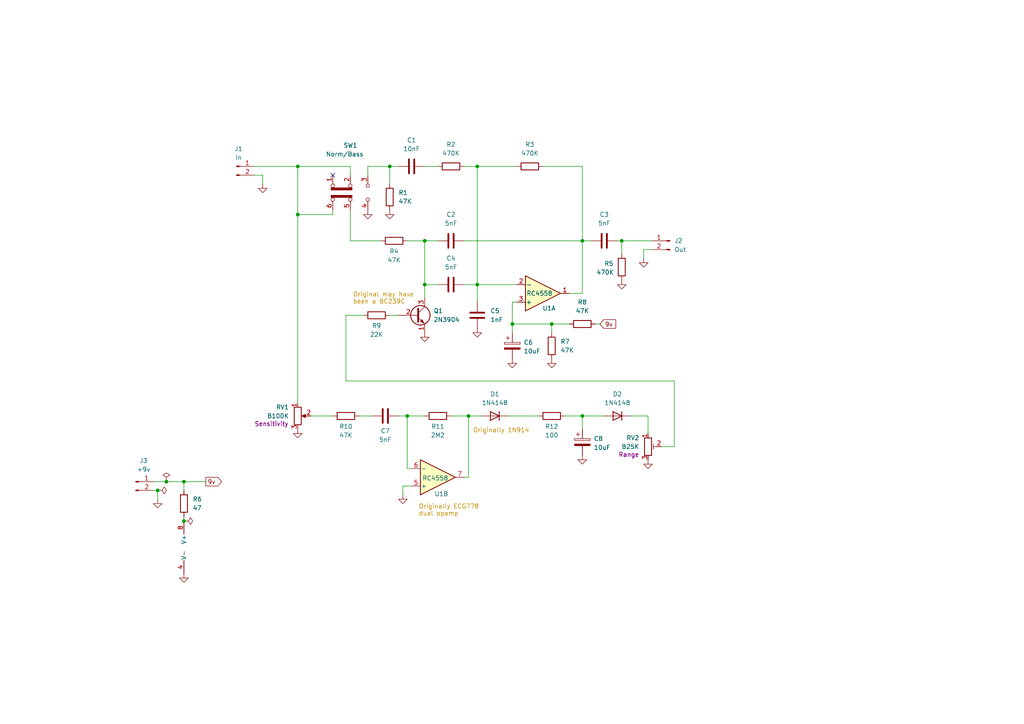
<source format=kicad_sch>
(kicad_sch
	(version 20231120)
	(generator "eeschema")
	(generator_version "8.0")
	(uuid "e4ee9ac4-ebdc-4627-aafd-e6b4dea9a5b3")
	(paper "A4")
	(lib_symbols
		(symbol "Amplifier_Operational:RC4558"
			(pin_names
				(offset 0.127)
			)
			(exclude_from_sim no)
			(in_bom yes)
			(on_board yes)
			(property "Reference" "U"
				(at 0 5.08 0)
				(effects
					(font
						(size 1.27 1.27)
					)
					(justify left)
				)
			)
			(property "Value" "RC4558"
				(at 0 -5.08 0)
				(effects
					(font
						(size 1.27 1.27)
					)
					(justify left)
				)
			)
			(property "Footprint" ""
				(at 0 0 0)
				(effects
					(font
						(size 1.27 1.27)
					)
					(hide yes)
				)
			)
			(property "Datasheet" "http://www.ti.com/lit/ds/symlink/rc4558.pdf"
				(at 0 0 0)
				(effects
					(font
						(size 1.27 1.27)
					)
					(hide yes)
				)
			)
			(property "Description" "Dual General Purpose, Operational Amplifier, DIP-8/SOIC-8/SSOP-8"
				(at 0 0 0)
				(effects
					(font
						(size 1.27 1.27)
					)
					(hide yes)
				)
			)
			(property "ki_locked" ""
				(at 0 0 0)
				(effects
					(font
						(size 1.27 1.27)
					)
				)
			)
			(property "ki_keywords" "dual opamp"
				(at 0 0 0)
				(effects
					(font
						(size 1.27 1.27)
					)
					(hide yes)
				)
			)
			(property "ki_fp_filters" "SOIC*3.9x4.9mm*P1.27mm* DIP*W7.62mm* TO*99* OnSemi*Micro8* TSSOP*3x3mm*P0.65mm* TSSOP*4.4x3mm*P0.65mm* MSOP*3x3mm*P0.65mm* SSOP*3.9x4.9mm*P0.635mm* LFCSP*2x2mm*P0.5mm* *SIP* SOIC*5.3x6.2mm*P1.27mm*"
				(at 0 0 0)
				(effects
					(font
						(size 1.27 1.27)
					)
					(hide yes)
				)
			)
			(symbol "RC4558_1_1"
				(polyline
					(pts
						(xy -5.08 5.08) (xy 5.08 0) (xy -5.08 -5.08) (xy -5.08 5.08)
					)
					(stroke
						(width 0.254)
						(type default)
					)
					(fill
						(type background)
					)
				)
				(pin output line
					(at 7.62 0 180)
					(length 2.54)
					(name "~"
						(effects
							(font
								(size 1.27 1.27)
							)
						)
					)
					(number "1"
						(effects
							(font
								(size 1.27 1.27)
							)
						)
					)
				)
				(pin input line
					(at -7.62 -2.54 0)
					(length 2.54)
					(name "-"
						(effects
							(font
								(size 1.27 1.27)
							)
						)
					)
					(number "2"
						(effects
							(font
								(size 1.27 1.27)
							)
						)
					)
				)
				(pin input line
					(at -7.62 2.54 0)
					(length 2.54)
					(name "+"
						(effects
							(font
								(size 1.27 1.27)
							)
						)
					)
					(number "3"
						(effects
							(font
								(size 1.27 1.27)
							)
						)
					)
				)
			)
			(symbol "RC4558_2_1"
				(polyline
					(pts
						(xy -5.08 5.08) (xy 5.08 0) (xy -5.08 -5.08) (xy -5.08 5.08)
					)
					(stroke
						(width 0.254)
						(type default)
					)
					(fill
						(type background)
					)
				)
				(pin input line
					(at -7.62 2.54 0)
					(length 2.54)
					(name "+"
						(effects
							(font
								(size 1.27 1.27)
							)
						)
					)
					(number "5"
						(effects
							(font
								(size 1.27 1.27)
							)
						)
					)
				)
				(pin input line
					(at -7.62 -2.54 0)
					(length 2.54)
					(name "-"
						(effects
							(font
								(size 1.27 1.27)
							)
						)
					)
					(number "6"
						(effects
							(font
								(size 1.27 1.27)
							)
						)
					)
				)
				(pin output line
					(at 7.62 0 180)
					(length 2.54)
					(name "~"
						(effects
							(font
								(size 1.27 1.27)
							)
						)
					)
					(number "7"
						(effects
							(font
								(size 1.27 1.27)
							)
						)
					)
				)
			)
			(symbol "RC4558_3_1"
				(pin power_in line
					(at -2.54 -7.62 90)
					(length 3.81)
					(name "V-"
						(effects
							(font
								(size 1.27 1.27)
							)
						)
					)
					(number "4"
						(effects
							(font
								(size 1.27 1.27)
							)
						)
					)
				)
				(pin power_in line
					(at -2.54 7.62 270)
					(length 3.81)
					(name "V+"
						(effects
							(font
								(size 1.27 1.27)
							)
						)
					)
					(number "8"
						(effects
							(font
								(size 1.27 1.27)
							)
						)
					)
				)
			)
		)
		(symbol "Connector:Conn_01x02_Pin"
			(pin_names
				(offset 1.016) hide)
			(exclude_from_sim no)
			(in_bom yes)
			(on_board yes)
			(property "Reference" "J"
				(at 0 2.54 0)
				(effects
					(font
						(size 1.27 1.27)
					)
				)
			)
			(property "Value" "Conn_01x02_Pin"
				(at 0 -5.08 0)
				(effects
					(font
						(size 1.27 1.27)
					)
				)
			)
			(property "Footprint" ""
				(at 0 0 0)
				(effects
					(font
						(size 1.27 1.27)
					)
					(hide yes)
				)
			)
			(property "Datasheet" "~"
				(at 0 0 0)
				(effects
					(font
						(size 1.27 1.27)
					)
					(hide yes)
				)
			)
			(property "Description" "Generic connector, single row, 01x02, script generated"
				(at 0 0 0)
				(effects
					(font
						(size 1.27 1.27)
					)
					(hide yes)
				)
			)
			(property "ki_locked" ""
				(at 0 0 0)
				(effects
					(font
						(size 1.27 1.27)
					)
				)
			)
			(property "ki_keywords" "connector"
				(at 0 0 0)
				(effects
					(font
						(size 1.27 1.27)
					)
					(hide yes)
				)
			)
			(property "ki_fp_filters" "Connector*:*_1x??_*"
				(at 0 0 0)
				(effects
					(font
						(size 1.27 1.27)
					)
					(hide yes)
				)
			)
			(symbol "Conn_01x02_Pin_1_1"
				(polyline
					(pts
						(xy 1.27 -2.54) (xy 0.8636 -2.54)
					)
					(stroke
						(width 0.1524)
						(type default)
					)
					(fill
						(type none)
					)
				)
				(polyline
					(pts
						(xy 1.27 0) (xy 0.8636 0)
					)
					(stroke
						(width 0.1524)
						(type default)
					)
					(fill
						(type none)
					)
				)
				(rectangle
					(start 0.8636 -2.413)
					(end 0 -2.667)
					(stroke
						(width 0.1524)
						(type default)
					)
					(fill
						(type outline)
					)
				)
				(rectangle
					(start 0.8636 0.127)
					(end 0 -0.127)
					(stroke
						(width 0.1524)
						(type default)
					)
					(fill
						(type outline)
					)
				)
				(pin passive line
					(at 5.08 0 180)
					(length 3.81)
					(name "Pin_1"
						(effects
							(font
								(size 1.27 1.27)
							)
						)
					)
					(number "1"
						(effects
							(font
								(size 1.27 1.27)
							)
						)
					)
				)
				(pin passive line
					(at 5.08 -2.54 180)
					(length 3.81)
					(name "Pin_2"
						(effects
							(font
								(size 1.27 1.27)
							)
						)
					)
					(number "2"
						(effects
							(font
								(size 1.27 1.27)
							)
						)
					)
				)
			)
		)
		(symbol "Device:C"
			(pin_numbers hide)
			(pin_names
				(offset 0.254)
			)
			(exclude_from_sim no)
			(in_bom yes)
			(on_board yes)
			(property "Reference" "C"
				(at 0.635 2.54 0)
				(effects
					(font
						(size 1.27 1.27)
					)
					(justify left)
				)
			)
			(property "Value" "C"
				(at 0.635 -2.54 0)
				(effects
					(font
						(size 1.27 1.27)
					)
					(justify left)
				)
			)
			(property "Footprint" ""
				(at 0.9652 -3.81 0)
				(effects
					(font
						(size 1.27 1.27)
					)
					(hide yes)
				)
			)
			(property "Datasheet" "~"
				(at 0 0 0)
				(effects
					(font
						(size 1.27 1.27)
					)
					(hide yes)
				)
			)
			(property "Description" "Unpolarized capacitor"
				(at 0 0 0)
				(effects
					(font
						(size 1.27 1.27)
					)
					(hide yes)
				)
			)
			(property "ki_keywords" "cap capacitor"
				(at 0 0 0)
				(effects
					(font
						(size 1.27 1.27)
					)
					(hide yes)
				)
			)
			(property "ki_fp_filters" "C_*"
				(at 0 0 0)
				(effects
					(font
						(size 1.27 1.27)
					)
					(hide yes)
				)
			)
			(symbol "C_0_1"
				(polyline
					(pts
						(xy -2.032 -0.762) (xy 2.032 -0.762)
					)
					(stroke
						(width 0.508)
						(type default)
					)
					(fill
						(type none)
					)
				)
				(polyline
					(pts
						(xy -2.032 0.762) (xy 2.032 0.762)
					)
					(stroke
						(width 0.508)
						(type default)
					)
					(fill
						(type none)
					)
				)
			)
			(symbol "C_1_1"
				(pin passive line
					(at 0 3.81 270)
					(length 2.794)
					(name "~"
						(effects
							(font
								(size 1.27 1.27)
							)
						)
					)
					(number "1"
						(effects
							(font
								(size 1.27 1.27)
							)
						)
					)
				)
				(pin passive line
					(at 0 -3.81 90)
					(length 2.794)
					(name "~"
						(effects
							(font
								(size 1.27 1.27)
							)
						)
					)
					(number "2"
						(effects
							(font
								(size 1.27 1.27)
							)
						)
					)
				)
			)
		)
		(symbol "Device:C_Polarized"
			(pin_numbers hide)
			(pin_names
				(offset 0.254)
			)
			(exclude_from_sim no)
			(in_bom yes)
			(on_board yes)
			(property "Reference" "C"
				(at 0.635 2.54 0)
				(effects
					(font
						(size 1.27 1.27)
					)
					(justify left)
				)
			)
			(property "Value" "C_Polarized"
				(at 0.635 -2.54 0)
				(effects
					(font
						(size 1.27 1.27)
					)
					(justify left)
				)
			)
			(property "Footprint" ""
				(at 0.9652 -3.81 0)
				(effects
					(font
						(size 1.27 1.27)
					)
					(hide yes)
				)
			)
			(property "Datasheet" "~"
				(at 0 0 0)
				(effects
					(font
						(size 1.27 1.27)
					)
					(hide yes)
				)
			)
			(property "Description" "Polarized capacitor"
				(at 0 0 0)
				(effects
					(font
						(size 1.27 1.27)
					)
					(hide yes)
				)
			)
			(property "ki_keywords" "cap capacitor"
				(at 0 0 0)
				(effects
					(font
						(size 1.27 1.27)
					)
					(hide yes)
				)
			)
			(property "ki_fp_filters" "CP_*"
				(at 0 0 0)
				(effects
					(font
						(size 1.27 1.27)
					)
					(hide yes)
				)
			)
			(symbol "C_Polarized_0_1"
				(rectangle
					(start -2.286 0.508)
					(end 2.286 1.016)
					(stroke
						(width 0)
						(type default)
					)
					(fill
						(type none)
					)
				)
				(polyline
					(pts
						(xy -1.778 2.286) (xy -0.762 2.286)
					)
					(stroke
						(width 0)
						(type default)
					)
					(fill
						(type none)
					)
				)
				(polyline
					(pts
						(xy -1.27 2.794) (xy -1.27 1.778)
					)
					(stroke
						(width 0)
						(type default)
					)
					(fill
						(type none)
					)
				)
				(rectangle
					(start 2.286 -0.508)
					(end -2.286 -1.016)
					(stroke
						(width 0)
						(type default)
					)
					(fill
						(type outline)
					)
				)
			)
			(symbol "C_Polarized_1_1"
				(pin passive line
					(at 0 3.81 270)
					(length 2.794)
					(name "~"
						(effects
							(font
								(size 1.27 1.27)
							)
						)
					)
					(number "1"
						(effects
							(font
								(size 1.27 1.27)
							)
						)
					)
				)
				(pin passive line
					(at 0 -3.81 90)
					(length 2.794)
					(name "~"
						(effects
							(font
								(size 1.27 1.27)
							)
						)
					)
					(number "2"
						(effects
							(font
								(size 1.27 1.27)
							)
						)
					)
				)
			)
		)
		(symbol "Device:R"
			(pin_numbers hide)
			(pin_names
				(offset 0)
			)
			(exclude_from_sim no)
			(in_bom yes)
			(on_board yes)
			(property "Reference" "R"
				(at 2.032 0 90)
				(effects
					(font
						(size 1.27 1.27)
					)
				)
			)
			(property "Value" "R"
				(at 0 0 90)
				(effects
					(font
						(size 1.27 1.27)
					)
				)
			)
			(property "Footprint" ""
				(at -1.778 0 90)
				(effects
					(font
						(size 1.27 1.27)
					)
					(hide yes)
				)
			)
			(property "Datasheet" "~"
				(at 0 0 0)
				(effects
					(font
						(size 1.27 1.27)
					)
					(hide yes)
				)
			)
			(property "Description" "Resistor"
				(at 0 0 0)
				(effects
					(font
						(size 1.27 1.27)
					)
					(hide yes)
				)
			)
			(property "ki_keywords" "R res resistor"
				(at 0 0 0)
				(effects
					(font
						(size 1.27 1.27)
					)
					(hide yes)
				)
			)
			(property "ki_fp_filters" "R_*"
				(at 0 0 0)
				(effects
					(font
						(size 1.27 1.27)
					)
					(hide yes)
				)
			)
			(symbol "R_0_1"
				(rectangle
					(start -1.016 -2.54)
					(end 1.016 2.54)
					(stroke
						(width 0.254)
						(type default)
					)
					(fill
						(type none)
					)
				)
			)
			(symbol "R_1_1"
				(pin passive line
					(at 0 3.81 270)
					(length 1.27)
					(name "~"
						(effects
							(font
								(size 1.27 1.27)
							)
						)
					)
					(number "1"
						(effects
							(font
								(size 1.27 1.27)
							)
						)
					)
				)
				(pin passive line
					(at 0 -3.81 90)
					(length 1.27)
					(name "~"
						(effects
							(font
								(size 1.27 1.27)
							)
						)
					)
					(number "2"
						(effects
							(font
								(size 1.27 1.27)
							)
						)
					)
				)
			)
		)
		(symbol "Device:R_Potentiometer"
			(pin_names
				(offset 1.016) hide)
			(exclude_from_sim no)
			(in_bom yes)
			(on_board yes)
			(property "Reference" "RV"
				(at -4.445 0 90)
				(effects
					(font
						(size 1.27 1.27)
					)
				)
			)
			(property "Value" "R_Potentiometer"
				(at -2.54 0 90)
				(effects
					(font
						(size 1.27 1.27)
					)
				)
			)
			(property "Footprint" ""
				(at 0 0 0)
				(effects
					(font
						(size 1.27 1.27)
					)
					(hide yes)
				)
			)
			(property "Datasheet" "~"
				(at 0 0 0)
				(effects
					(font
						(size 1.27 1.27)
					)
					(hide yes)
				)
			)
			(property "Description" "Potentiometer"
				(at 0 0 0)
				(effects
					(font
						(size 1.27 1.27)
					)
					(hide yes)
				)
			)
			(property "ki_keywords" "resistor variable"
				(at 0 0 0)
				(effects
					(font
						(size 1.27 1.27)
					)
					(hide yes)
				)
			)
			(property "ki_fp_filters" "Potentiometer*"
				(at 0 0 0)
				(effects
					(font
						(size 1.27 1.27)
					)
					(hide yes)
				)
			)
			(symbol "R_Potentiometer_0_1"
				(polyline
					(pts
						(xy 2.54 0) (xy 1.524 0)
					)
					(stroke
						(width 0)
						(type default)
					)
					(fill
						(type none)
					)
				)
				(polyline
					(pts
						(xy 1.143 0) (xy 2.286 0.508) (xy 2.286 -0.508) (xy 1.143 0)
					)
					(stroke
						(width 0)
						(type default)
					)
					(fill
						(type outline)
					)
				)
				(rectangle
					(start 1.016 2.54)
					(end -1.016 -2.54)
					(stroke
						(width 0.254)
						(type default)
					)
					(fill
						(type none)
					)
				)
			)
			(symbol "R_Potentiometer_1_1"
				(pin passive line
					(at 0 3.81 270)
					(length 1.27)
					(name "1"
						(effects
							(font
								(size 1.27 1.27)
							)
						)
					)
					(number "1"
						(effects
							(font
								(size 1.27 1.27)
							)
						)
					)
				)
				(pin passive line
					(at 3.81 0 180)
					(length 1.27)
					(name "2"
						(effects
							(font
								(size 1.27 1.27)
							)
						)
					)
					(number "2"
						(effects
							(font
								(size 1.27 1.27)
							)
						)
					)
				)
				(pin passive line
					(at 0 -3.81 90)
					(length 1.27)
					(name "3"
						(effects
							(font
								(size 1.27 1.27)
							)
						)
					)
					(number "3"
						(effects
							(font
								(size 1.27 1.27)
							)
						)
					)
				)
			)
		)
		(symbol "Device:R_Potentiometer_Trim"
			(pin_names
				(offset 1.016) hide)
			(exclude_from_sim no)
			(in_bom yes)
			(on_board yes)
			(property "Reference" "RV"
				(at -4.445 0 90)
				(effects
					(font
						(size 1.27 1.27)
					)
				)
			)
			(property "Value" "R_Potentiometer_Trim"
				(at -2.54 0 90)
				(effects
					(font
						(size 1.27 1.27)
					)
				)
			)
			(property "Footprint" ""
				(at 0 0 0)
				(effects
					(font
						(size 1.27 1.27)
					)
					(hide yes)
				)
			)
			(property "Datasheet" "~"
				(at 0 0 0)
				(effects
					(font
						(size 1.27 1.27)
					)
					(hide yes)
				)
			)
			(property "Description" "Trim-potentiometer"
				(at 0 0 0)
				(effects
					(font
						(size 1.27 1.27)
					)
					(hide yes)
				)
			)
			(property "ki_keywords" "resistor variable trimpot trimmer"
				(at 0 0 0)
				(effects
					(font
						(size 1.27 1.27)
					)
					(hide yes)
				)
			)
			(property "ki_fp_filters" "Potentiometer*"
				(at 0 0 0)
				(effects
					(font
						(size 1.27 1.27)
					)
					(hide yes)
				)
			)
			(symbol "R_Potentiometer_Trim_0_1"
				(polyline
					(pts
						(xy 1.524 0.762) (xy 1.524 -0.762)
					)
					(stroke
						(width 0)
						(type default)
					)
					(fill
						(type none)
					)
				)
				(polyline
					(pts
						(xy 2.54 0) (xy 1.524 0)
					)
					(stroke
						(width 0)
						(type default)
					)
					(fill
						(type none)
					)
				)
				(rectangle
					(start 1.016 2.54)
					(end -1.016 -2.54)
					(stroke
						(width 0.254)
						(type default)
					)
					(fill
						(type none)
					)
				)
			)
			(symbol "R_Potentiometer_Trim_1_1"
				(pin passive line
					(at 0 3.81 270)
					(length 1.27)
					(name "1"
						(effects
							(font
								(size 1.27 1.27)
							)
						)
					)
					(number "1"
						(effects
							(font
								(size 1.27 1.27)
							)
						)
					)
				)
				(pin passive line
					(at 3.81 0 180)
					(length 1.27)
					(name "2"
						(effects
							(font
								(size 1.27 1.27)
							)
						)
					)
					(number "2"
						(effects
							(font
								(size 1.27 1.27)
							)
						)
					)
				)
				(pin passive line
					(at 0 -3.81 90)
					(length 1.27)
					(name "3"
						(effects
							(font
								(size 1.27 1.27)
							)
						)
					)
					(number "3"
						(effects
							(font
								(size 1.27 1.27)
							)
						)
					)
				)
			)
		)
		(symbol "Diode:1N4148"
			(pin_numbers hide)
			(pin_names hide)
			(exclude_from_sim no)
			(in_bom yes)
			(on_board yes)
			(property "Reference" "D"
				(at 0 2.54 0)
				(effects
					(font
						(size 1.27 1.27)
					)
				)
			)
			(property "Value" "1N4148"
				(at 0 -2.54 0)
				(effects
					(font
						(size 1.27 1.27)
					)
				)
			)
			(property "Footprint" "Diode_THT:D_DO-35_SOD27_P7.62mm_Horizontal"
				(at 0 0 0)
				(effects
					(font
						(size 1.27 1.27)
					)
					(hide yes)
				)
			)
			(property "Datasheet" "https://assets.nexperia.com/documents/data-sheet/1N4148_1N4448.pdf"
				(at 0 0 0)
				(effects
					(font
						(size 1.27 1.27)
					)
					(hide yes)
				)
			)
			(property "Description" "100V 0.15A standard switching diode, DO-35"
				(at 0 0 0)
				(effects
					(font
						(size 1.27 1.27)
					)
					(hide yes)
				)
			)
			(property "Sim.Device" "D"
				(at 0 0 0)
				(effects
					(font
						(size 1.27 1.27)
					)
					(hide yes)
				)
			)
			(property "Sim.Pins" "1=K 2=A"
				(at 0 0 0)
				(effects
					(font
						(size 1.27 1.27)
					)
					(hide yes)
				)
			)
			(property "ki_keywords" "diode"
				(at 0 0 0)
				(effects
					(font
						(size 1.27 1.27)
					)
					(hide yes)
				)
			)
			(property "ki_fp_filters" "D*DO?35*"
				(at 0 0 0)
				(effects
					(font
						(size 1.27 1.27)
					)
					(hide yes)
				)
			)
			(symbol "1N4148_0_1"
				(polyline
					(pts
						(xy -1.27 1.27) (xy -1.27 -1.27)
					)
					(stroke
						(width 0.254)
						(type default)
					)
					(fill
						(type none)
					)
				)
				(polyline
					(pts
						(xy 1.27 0) (xy -1.27 0)
					)
					(stroke
						(width 0)
						(type default)
					)
					(fill
						(type none)
					)
				)
				(polyline
					(pts
						(xy 1.27 1.27) (xy 1.27 -1.27) (xy -1.27 0) (xy 1.27 1.27)
					)
					(stroke
						(width 0.254)
						(type default)
					)
					(fill
						(type none)
					)
				)
			)
			(symbol "1N4148_1_1"
				(pin passive line
					(at -3.81 0 0)
					(length 2.54)
					(name "K"
						(effects
							(font
								(size 1.27 1.27)
							)
						)
					)
					(number "1"
						(effects
							(font
								(size 1.27 1.27)
							)
						)
					)
				)
				(pin passive line
					(at 3.81 0 180)
					(length 2.54)
					(name "A"
						(effects
							(font
								(size 1.27 1.27)
							)
						)
					)
					(number "2"
						(effects
							(font
								(size 1.27 1.27)
							)
						)
					)
				)
			)
		)
		(symbol "Switch:SW_Slide_DPDT"
			(pin_names
				(offset 0) hide)
			(exclude_from_sim no)
			(in_bom yes)
			(on_board yes)
			(property "Reference" "SW"
				(at 0 6.858 0)
				(effects
					(font
						(size 1.27 1.27)
					)
				)
			)
			(property "Value" "SW_Slide_DPDT"
				(at 0 -8.128 0)
				(effects
					(font
						(size 1.27 1.27)
					)
				)
			)
			(property "Footprint" ""
				(at 13.97 5.08 0)
				(effects
					(font
						(size 1.27 1.27)
					)
					(hide yes)
				)
			)
			(property "Datasheet" "~"
				(at 0 0 0)
				(effects
					(font
						(size 1.27 1.27)
					)
					(hide yes)
				)
			)
			(property "Description" "Slide Switch, dual pole double throw"
				(at 0 0 0)
				(effects
					(font
						(size 1.27 1.27)
					)
					(hide yes)
				)
			)
			(property "ki_keywords" "switch dual-pole double-throw dpdt ON-ON"
				(at 0 0 0)
				(effects
					(font
						(size 1.27 1.27)
					)
					(hide yes)
				)
			)
			(symbol "SW_Slide_DPDT_0_0"
				(circle
					(center -2.032 -5.08)
					(radius 0.508)
					(stroke
						(width 0)
						(type default)
					)
					(fill
						(type none)
					)
				)
				(circle
					(center -2.032 5.08)
					(radius 0.508)
					(stroke
						(width 0)
						(type default)
					)
					(fill
						(type none)
					)
				)
				(circle
					(center 2.032 -5.08)
					(radius 0.508)
					(stroke
						(width 0)
						(type default)
					)
					(fill
						(type none)
					)
				)
				(circle
					(center 2.032 0)
					(radius 0.508)
					(stroke
						(width 0)
						(type default)
					)
					(fill
						(type none)
					)
				)
			)
			(symbol "SW_Slide_DPDT_0_1"
				(circle
					(center -2.032 0)
					(radius 0.508)
					(stroke
						(width 0)
						(type default)
					)
					(fill
						(type none)
					)
				)
				(circle
					(center 2.032 5.08)
					(radius 0.508)
					(stroke
						(width 0)
						(type default)
					)
					(fill
						(type none)
					)
				)
			)
			(symbol "SW_Slide_DPDT_1_1"
				(rectangle
					(start -1.397 5.588)
					(end -0.762 -0.508)
					(stroke
						(width 0)
						(type default)
					)
					(fill
						(type outline)
					)
				)
				(rectangle
					(start 0.762 5.588)
					(end 1.397 -0.508)
					(stroke
						(width 0)
						(type default)
					)
					(fill
						(type outline)
					)
				)
				(pin passive line
					(at -5.08 5.08 0)
					(length 2.54)
					(name "A"
						(effects
							(font
								(size 1.27 1.27)
							)
						)
					)
					(number "1"
						(effects
							(font
								(size 1.27 1.27)
							)
						)
					)
				)
				(pin passive line
					(at -5.08 0 0)
					(length 2.54)
					(name "B"
						(effects
							(font
								(size 1.27 1.27)
							)
						)
					)
					(number "2"
						(effects
							(font
								(size 1.27 1.27)
							)
						)
					)
				)
				(pin passive line
					(at -5.08 -5.08 0)
					(length 2.54)
					(name "C"
						(effects
							(font
								(size 1.27 1.27)
							)
						)
					)
					(number "3"
						(effects
							(font
								(size 1.27 1.27)
							)
						)
					)
				)
				(pin passive line
					(at 5.08 -5.08 180)
					(length 2.54)
					(name "A"
						(effects
							(font
								(size 1.27 1.27)
							)
						)
					)
					(number "4"
						(effects
							(font
								(size 1.27 1.27)
							)
						)
					)
				)
				(pin passive line
					(at 5.08 0 180)
					(length 2.54)
					(name "B"
						(effects
							(font
								(size 1.27 1.27)
							)
						)
					)
					(number "5"
						(effects
							(font
								(size 1.27 1.27)
							)
						)
					)
				)
				(pin passive line
					(at 5.08 5.08 180)
					(length 2.54)
					(name "C"
						(effects
							(font
								(size 1.27 1.27)
							)
						)
					)
					(number "6"
						(effects
							(font
								(size 1.27 1.27)
							)
						)
					)
				)
			)
		)
		(symbol "Transistor_BJT:2N3904"
			(pin_names
				(offset 0) hide)
			(exclude_from_sim no)
			(in_bom yes)
			(on_board yes)
			(property "Reference" "Q"
				(at 5.08 1.905 0)
				(effects
					(font
						(size 1.27 1.27)
					)
					(justify left)
				)
			)
			(property "Value" "2N3904"
				(at 5.08 0 0)
				(effects
					(font
						(size 1.27 1.27)
					)
					(justify left)
				)
			)
			(property "Footprint" "Package_TO_SOT_THT:TO-92_Inline"
				(at 5.08 -1.905 0)
				(effects
					(font
						(size 1.27 1.27)
						(italic yes)
					)
					(justify left)
					(hide yes)
				)
			)
			(property "Datasheet" "https://www.onsemi.com/pub/Collateral/2N3903-D.PDF"
				(at 0 0 0)
				(effects
					(font
						(size 1.27 1.27)
					)
					(justify left)
					(hide yes)
				)
			)
			(property "Description" "0.2A Ic, 40V Vce, Small Signal NPN Transistor, TO-92"
				(at 0 0 0)
				(effects
					(font
						(size 1.27 1.27)
					)
					(hide yes)
				)
			)
			(property "ki_keywords" "NPN Transistor"
				(at 0 0 0)
				(effects
					(font
						(size 1.27 1.27)
					)
					(hide yes)
				)
			)
			(property "ki_fp_filters" "TO?92*"
				(at 0 0 0)
				(effects
					(font
						(size 1.27 1.27)
					)
					(hide yes)
				)
			)
			(symbol "2N3904_0_1"
				(polyline
					(pts
						(xy 0.635 0.635) (xy 2.54 2.54)
					)
					(stroke
						(width 0)
						(type default)
					)
					(fill
						(type none)
					)
				)
				(polyline
					(pts
						(xy 0.635 -0.635) (xy 2.54 -2.54) (xy 2.54 -2.54)
					)
					(stroke
						(width 0)
						(type default)
					)
					(fill
						(type none)
					)
				)
				(polyline
					(pts
						(xy 0.635 1.905) (xy 0.635 -1.905) (xy 0.635 -1.905)
					)
					(stroke
						(width 0.508)
						(type default)
					)
					(fill
						(type none)
					)
				)
				(polyline
					(pts
						(xy 1.27 -1.778) (xy 1.778 -1.27) (xy 2.286 -2.286) (xy 1.27 -1.778) (xy 1.27 -1.778)
					)
					(stroke
						(width 0)
						(type default)
					)
					(fill
						(type outline)
					)
				)
				(circle
					(center 1.27 0)
					(radius 2.8194)
					(stroke
						(width 0.254)
						(type default)
					)
					(fill
						(type none)
					)
				)
			)
			(symbol "2N3904_1_1"
				(pin passive line
					(at 2.54 -5.08 90)
					(length 2.54)
					(name "E"
						(effects
							(font
								(size 1.27 1.27)
							)
						)
					)
					(number "1"
						(effects
							(font
								(size 1.27 1.27)
							)
						)
					)
				)
				(pin passive line
					(at -5.08 0 0)
					(length 5.715)
					(name "B"
						(effects
							(font
								(size 1.27 1.27)
							)
						)
					)
					(number "2"
						(effects
							(font
								(size 1.27 1.27)
							)
						)
					)
				)
				(pin passive line
					(at 2.54 5.08 270)
					(length 2.54)
					(name "C"
						(effects
							(font
								(size 1.27 1.27)
							)
						)
					)
					(number "3"
						(effects
							(font
								(size 1.27 1.27)
							)
						)
					)
				)
			)
		)
		(symbol "power:GND"
			(power)
			(pin_numbers hide)
			(pin_names
				(offset 0) hide)
			(exclude_from_sim no)
			(in_bom yes)
			(on_board yes)
			(property "Reference" "#PWR"
				(at 0 -6.35 0)
				(effects
					(font
						(size 1.27 1.27)
					)
					(hide yes)
				)
			)
			(property "Value" "GND"
				(at 0 -3.81 0)
				(effects
					(font
						(size 1.27 1.27)
					)
				)
			)
			(property "Footprint" ""
				(at 0 0 0)
				(effects
					(font
						(size 1.27 1.27)
					)
					(hide yes)
				)
			)
			(property "Datasheet" ""
				(at 0 0 0)
				(effects
					(font
						(size 1.27 1.27)
					)
					(hide yes)
				)
			)
			(property "Description" "Power symbol creates a global label with name \"GND\" , ground"
				(at 0 0 0)
				(effects
					(font
						(size 1.27 1.27)
					)
					(hide yes)
				)
			)
			(property "ki_keywords" "global power"
				(at 0 0 0)
				(effects
					(font
						(size 1.27 1.27)
					)
					(hide yes)
				)
			)
			(symbol "GND_0_1"
				(polyline
					(pts
						(xy 0 0) (xy 0 -1.27) (xy 1.27 -1.27) (xy 0 -2.54) (xy -1.27 -1.27) (xy 0 -1.27)
					)
					(stroke
						(width 0)
						(type default)
					)
					(fill
						(type none)
					)
				)
			)
			(symbol "GND_1_1"
				(pin power_in line
					(at 0 0 270)
					(length 0)
					(name "~"
						(effects
							(font
								(size 1.27 1.27)
							)
						)
					)
					(number "1"
						(effects
							(font
								(size 1.27 1.27)
							)
						)
					)
				)
			)
		)
		(symbol "power:PWR_FLAG"
			(power)
			(pin_numbers hide)
			(pin_names
				(offset 0) hide)
			(exclude_from_sim no)
			(in_bom yes)
			(on_board yes)
			(property "Reference" "#FLG"
				(at 0 1.905 0)
				(effects
					(font
						(size 1.27 1.27)
					)
					(hide yes)
				)
			)
			(property "Value" "PWR_FLAG"
				(at 0 3.81 0)
				(effects
					(font
						(size 1.27 1.27)
					)
				)
			)
			(property "Footprint" ""
				(at 0 0 0)
				(effects
					(font
						(size 1.27 1.27)
					)
					(hide yes)
				)
			)
			(property "Datasheet" "~"
				(at 0 0 0)
				(effects
					(font
						(size 1.27 1.27)
					)
					(hide yes)
				)
			)
			(property "Description" "Special symbol for telling ERC where power comes from"
				(at 0 0 0)
				(effects
					(font
						(size 1.27 1.27)
					)
					(hide yes)
				)
			)
			(property "ki_keywords" "flag power"
				(at 0 0 0)
				(effects
					(font
						(size 1.27 1.27)
					)
					(hide yes)
				)
			)
			(symbol "PWR_FLAG_0_0"
				(pin power_out line
					(at 0 0 90)
					(length 0)
					(name "~"
						(effects
							(font
								(size 1.27 1.27)
							)
						)
					)
					(number "1"
						(effects
							(font
								(size 1.27 1.27)
							)
						)
					)
				)
			)
			(symbol "PWR_FLAG_0_1"
				(polyline
					(pts
						(xy 0 0) (xy 0 1.27) (xy -1.016 1.905) (xy 0 2.54) (xy 1.016 1.905) (xy 0 1.27)
					)
					(stroke
						(width 0)
						(type default)
					)
					(fill
						(type none)
					)
				)
			)
		)
	)
	(junction
		(at 180.34 69.85)
		(diameter 0)
		(color 0 0 0 0)
		(uuid "0a188196-5953-41bf-aaff-4c187a7e6580")
	)
	(junction
		(at 135.89 120.65)
		(diameter 0)
		(color 0 0 0 0)
		(uuid "0da9686d-f062-41d2-ae12-5f2ffe29992e")
	)
	(junction
		(at 48.26 139.7)
		(diameter 0)
		(color 0 0 0 0)
		(uuid "267ea910-ecf9-42b8-b998-af895fb9ed30")
	)
	(junction
		(at 53.34 151.13)
		(diameter 0)
		(color 0 0 0 0)
		(uuid "36f9e696-e391-47e2-872c-933e2fd94b0d")
	)
	(junction
		(at 86.36 62.23)
		(diameter 0)
		(color 0 0 0 0)
		(uuid "3ae98aac-ec09-4efe-ad92-8d1cde1d6cd1")
	)
	(junction
		(at 168.91 69.85)
		(diameter 0)
		(color 0 0 0 0)
		(uuid "43bf2213-932f-483d-8830-c3e09f772573")
	)
	(junction
		(at 160.02 93.98)
		(diameter 0)
		(color 0 0 0 0)
		(uuid "560f2098-3874-4a63-ade4-f34de9b8df32")
	)
	(junction
		(at 53.34 139.7)
		(diameter 0)
		(color 0 0 0 0)
		(uuid "8fcf8e2d-df89-4925-ba75-9a4d8759150b")
	)
	(junction
		(at 138.43 82.55)
		(diameter 0)
		(color 0 0 0 0)
		(uuid "9de61791-8b21-4485-bad6-83b43ea5d51d")
	)
	(junction
		(at 118.11 120.65)
		(diameter 0)
		(color 0 0 0 0)
		(uuid "a4f8a55a-6833-4c64-aad0-afdb218e364b")
	)
	(junction
		(at 148.59 93.98)
		(diameter 0)
		(color 0 0 0 0)
		(uuid "abdf1808-90a8-4449-ae5f-e7ed216b89ad")
	)
	(junction
		(at 138.43 48.26)
		(diameter 0)
		(color 0 0 0 0)
		(uuid "b38c20a9-5d50-4e56-9373-0ba8e2a6da20")
	)
	(junction
		(at 86.36 48.26)
		(diameter 0)
		(color 0 0 0 0)
		(uuid "b75275d3-b00e-4bd1-bfc0-135358a735fa")
	)
	(junction
		(at 113.03 48.26)
		(diameter 0)
		(color 0 0 0 0)
		(uuid "c7675609-5c13-4162-8b17-fa7abb859d3d")
	)
	(junction
		(at 123.19 82.55)
		(diameter 0)
		(color 0 0 0 0)
		(uuid "ce9ab8ff-4659-4d39-aaef-87699ec67ed1")
	)
	(junction
		(at 45.72 142.24)
		(diameter 0)
		(color 0 0 0 0)
		(uuid "d37511eb-d008-4dee-8ec9-49039f72b870")
	)
	(junction
		(at 168.91 120.65)
		(diameter 0)
		(color 0 0 0 0)
		(uuid "e4d57328-00e8-4aab-8ddc-aa0c641c5b37")
	)
	(junction
		(at 123.19 69.85)
		(diameter 0)
		(color 0 0 0 0)
		(uuid "f96065ef-d01a-4682-8110-82e7e5385aa8")
	)
	(no_connect
		(at 96.52 50.8)
		(uuid "bd61cc28-cd43-43de-ab96-c660bf026e24")
	)
	(wire
		(pts
			(xy 168.91 120.65) (xy 163.83 120.65)
		)
		(stroke
			(width 0)
			(type default)
		)
		(uuid "006d4322-06bb-4370-8655-d2838f606db0")
	)
	(wire
		(pts
			(xy 172.72 93.98) (xy 173.99 93.98)
		)
		(stroke
			(width 0)
			(type default)
		)
		(uuid "15b70845-0ec5-4b0f-8c0c-69429bdedd4a")
	)
	(wire
		(pts
			(xy 148.59 87.63) (xy 148.59 93.98)
		)
		(stroke
			(width 0)
			(type default)
		)
		(uuid "1edf9e8e-4616-48ca-8305-4f55663b8098")
	)
	(wire
		(pts
			(xy 113.03 48.26) (xy 113.03 53.34)
		)
		(stroke
			(width 0)
			(type default)
		)
		(uuid "1eef8af4-c82c-4881-878e-45bd09da48a5")
	)
	(wire
		(pts
			(xy 187.96 120.65) (xy 182.88 120.65)
		)
		(stroke
			(width 0)
			(type default)
		)
		(uuid "2322e4c3-fe8e-4bae-8438-c0f2d2250fb5")
	)
	(wire
		(pts
			(xy 148.59 93.98) (xy 160.02 93.98)
		)
		(stroke
			(width 0)
			(type default)
		)
		(uuid "24f17c36-50bb-47e7-8503-c99467cfb64c")
	)
	(wire
		(pts
			(xy 123.19 82.55) (xy 123.19 86.36)
		)
		(stroke
			(width 0)
			(type default)
		)
		(uuid "2634f5a1-2464-48db-9059-5971ed2734db")
	)
	(wire
		(pts
			(xy 134.62 48.26) (xy 138.43 48.26)
		)
		(stroke
			(width 0)
			(type default)
		)
		(uuid "28bf8553-520c-4713-81ed-bc2b309fd49f")
	)
	(wire
		(pts
			(xy 53.34 142.24) (xy 53.34 139.7)
		)
		(stroke
			(width 0)
			(type default)
		)
		(uuid "29c7f746-8c09-43ee-8652-139df702d641")
	)
	(wire
		(pts
			(xy 53.34 139.7) (xy 59.69 139.7)
		)
		(stroke
			(width 0)
			(type default)
		)
		(uuid "2b5379d5-8dec-4f71-aae9-d457ababb11b")
	)
	(wire
		(pts
			(xy 148.59 87.63) (xy 149.86 87.63)
		)
		(stroke
			(width 0)
			(type default)
		)
		(uuid "2ef494cd-8b6c-4789-91dc-b1ddc55f0441")
	)
	(wire
		(pts
			(xy 113.03 91.44) (xy 115.57 91.44)
		)
		(stroke
			(width 0)
			(type default)
		)
		(uuid "35620671-998e-40fb-b7bb-c122be6216ae")
	)
	(wire
		(pts
			(xy 53.34 149.86) (xy 53.34 151.13)
		)
		(stroke
			(width 0)
			(type default)
		)
		(uuid "3e5f83e5-b759-4a68-a1cb-2ac0c3935963")
	)
	(wire
		(pts
			(xy 148.59 93.98) (xy 148.59 96.52)
		)
		(stroke
			(width 0)
			(type default)
		)
		(uuid "3fd16df2-a683-44b3-8b5e-a3d3ae947c62")
	)
	(wire
		(pts
			(xy 101.6 69.85) (xy 110.49 69.85)
		)
		(stroke
			(width 0)
			(type default)
		)
		(uuid "44340882-d579-4fcb-942d-45ed9c29c641")
	)
	(wire
		(pts
			(xy 123.19 69.85) (xy 127 69.85)
		)
		(stroke
			(width 0)
			(type default)
		)
		(uuid "44bc477c-5b5b-4830-9cb1-c55bc560f618")
	)
	(wire
		(pts
			(xy 73.66 50.8) (xy 76.2 50.8)
		)
		(stroke
			(width 0)
			(type default)
		)
		(uuid "4c150f44-4102-4b6c-88e2-23134e5f9674")
	)
	(wire
		(pts
			(xy 101.6 50.8) (xy 101.6 48.26)
		)
		(stroke
			(width 0)
			(type default)
		)
		(uuid "4d942d96-8aed-4bde-915a-adcfebace7d5")
	)
	(wire
		(pts
			(xy 157.48 48.26) (xy 168.91 48.26)
		)
		(stroke
			(width 0)
			(type default)
		)
		(uuid "538b44b9-fc77-4a25-84e5-204eafc42c10")
	)
	(wire
		(pts
			(xy 86.36 62.23) (xy 86.36 116.84)
		)
		(stroke
			(width 0)
			(type default)
		)
		(uuid "54ea1342-5a37-41a3-ab1e-b350f4b8131a")
	)
	(wire
		(pts
			(xy 179.07 69.85) (xy 180.34 69.85)
		)
		(stroke
			(width 0)
			(type default)
		)
		(uuid "55167ee3-47a6-426a-8dbe-cec7b940b413")
	)
	(wire
		(pts
			(xy 165.1 85.09) (xy 168.91 85.09)
		)
		(stroke
			(width 0)
			(type default)
		)
		(uuid "560384df-9be6-498f-8bea-5909e3907703")
	)
	(wire
		(pts
			(xy 48.26 139.7) (xy 53.34 139.7)
		)
		(stroke
			(width 0)
			(type default)
		)
		(uuid "58c5c0bd-6d21-404f-8fe1-4093db2f0cd9")
	)
	(wire
		(pts
			(xy 168.91 85.09) (xy 168.91 69.85)
		)
		(stroke
			(width 0)
			(type default)
		)
		(uuid "5f2e4faf-a69a-4627-b115-d9abb48a7b63")
	)
	(wire
		(pts
			(xy 134.62 82.55) (xy 138.43 82.55)
		)
		(stroke
			(width 0)
			(type default)
		)
		(uuid "66821a28-4679-4f6a-8eba-7cf4cad17e1d")
	)
	(wire
		(pts
			(xy 119.38 140.97) (xy 116.84 140.97)
		)
		(stroke
			(width 0)
			(type default)
		)
		(uuid "6dfacccc-3edf-409f-8dc9-0e4c77941020")
	)
	(wire
		(pts
			(xy 106.68 48.26) (xy 113.03 48.26)
		)
		(stroke
			(width 0)
			(type default)
		)
		(uuid "7147ecb7-dc70-47e7-8d4d-ac930f2dcbde")
	)
	(wire
		(pts
			(xy 168.91 120.65) (xy 175.26 120.65)
		)
		(stroke
			(width 0)
			(type default)
		)
		(uuid "74712bb1-3d1a-4d40-9e17-46e5d0255d0f")
	)
	(wire
		(pts
			(xy 195.58 129.54) (xy 195.58 110.49)
		)
		(stroke
			(width 0)
			(type default)
		)
		(uuid "75f43999-2eb4-49c6-9dbf-ef20f424a7c0")
	)
	(wire
		(pts
			(xy 100.33 110.49) (xy 100.33 91.44)
		)
		(stroke
			(width 0)
			(type default)
		)
		(uuid "78a755da-9493-48e9-8db0-9c00373d4b09")
	)
	(wire
		(pts
			(xy 186.69 72.39) (xy 186.69 74.93)
		)
		(stroke
			(width 0)
			(type default)
		)
		(uuid "7904f759-a46c-44af-8a23-f6b80a3f86eb")
	)
	(wire
		(pts
			(xy 138.43 82.55) (xy 138.43 87.63)
		)
		(stroke
			(width 0)
			(type default)
		)
		(uuid "7b58ebed-8bf6-4c16-b77f-1624b18afdd9")
	)
	(wire
		(pts
			(xy 127 82.55) (xy 123.19 82.55)
		)
		(stroke
			(width 0)
			(type default)
		)
		(uuid "7bb794fb-ae80-4174-afb9-8ce20bf0ac30")
	)
	(wire
		(pts
			(xy 135.89 120.65) (xy 130.81 120.65)
		)
		(stroke
			(width 0)
			(type default)
		)
		(uuid "87580940-91b6-4da5-8018-e0bd6e4b447e")
	)
	(wire
		(pts
			(xy 86.36 48.26) (xy 101.6 48.26)
		)
		(stroke
			(width 0)
			(type default)
		)
		(uuid "8b7dbebe-5876-4cda-8f3d-f031c7433de6")
	)
	(wire
		(pts
			(xy 189.23 72.39) (xy 186.69 72.39)
		)
		(stroke
			(width 0)
			(type default)
		)
		(uuid "8c87afaa-c7d7-4dcf-ac35-14077e5998b4")
	)
	(wire
		(pts
			(xy 191.77 129.54) (xy 195.58 129.54)
		)
		(stroke
			(width 0)
			(type default)
		)
		(uuid "8dfabbe4-bbcc-4d71-a1e9-81fd4a946f1d")
	)
	(wire
		(pts
			(xy 160.02 93.98) (xy 160.02 96.52)
		)
		(stroke
			(width 0)
			(type default)
		)
		(uuid "954dbc4c-3da3-492c-a9fd-60597cb44028")
	)
	(wire
		(pts
			(xy 44.45 142.24) (xy 45.72 142.24)
		)
		(stroke
			(width 0)
			(type default)
		)
		(uuid "957f8be1-0ff9-47ee-9c43-761bbde17633")
	)
	(wire
		(pts
			(xy 138.43 48.26) (xy 149.86 48.26)
		)
		(stroke
			(width 0)
			(type default)
		)
		(uuid "968f990e-55e9-4937-9c42-ed5ccb38c599")
	)
	(wire
		(pts
			(xy 45.72 142.24) (xy 45.72 144.78)
		)
		(stroke
			(width 0)
			(type default)
		)
		(uuid "97847048-39a9-48a7-b6c3-41bfb77415ed")
	)
	(wire
		(pts
			(xy 104.14 120.65) (xy 107.95 120.65)
		)
		(stroke
			(width 0)
			(type default)
		)
		(uuid "9aaef10b-63b9-4b39-aab5-64d9d8aa363d")
	)
	(wire
		(pts
			(xy 118.11 120.65) (xy 123.19 120.65)
		)
		(stroke
			(width 0)
			(type default)
		)
		(uuid "9e17e0b2-58ac-416d-a6a8-2ca7184ee788")
	)
	(wire
		(pts
			(xy 168.91 48.26) (xy 168.91 69.85)
		)
		(stroke
			(width 0)
			(type default)
		)
		(uuid "9ef0c8bc-7243-4a0c-9395-05ae41bd28f1")
	)
	(wire
		(pts
			(xy 123.19 69.85) (xy 123.19 82.55)
		)
		(stroke
			(width 0)
			(type default)
		)
		(uuid "a1a6091d-ca59-4ffc-af89-448e5eb4b4cb")
	)
	(wire
		(pts
			(xy 100.33 91.44) (xy 105.41 91.44)
		)
		(stroke
			(width 0)
			(type default)
		)
		(uuid "a3892259-b6b6-468e-9115-1508fc7b0fe9")
	)
	(wire
		(pts
			(xy 101.6 60.96) (xy 101.6 69.85)
		)
		(stroke
			(width 0)
			(type default)
		)
		(uuid "a71422e9-aad3-4ffa-ad6f-cf1a438b858a")
	)
	(wire
		(pts
			(xy 187.96 125.73) (xy 187.96 120.65)
		)
		(stroke
			(width 0)
			(type default)
		)
		(uuid "a74554a9-942b-416b-8dbd-6262eb589114")
	)
	(wire
		(pts
			(xy 118.11 135.89) (xy 118.11 120.65)
		)
		(stroke
			(width 0)
			(type default)
		)
		(uuid "aaeaaf00-a958-46b2-9a66-e5a24a240510")
	)
	(wire
		(pts
			(xy 180.34 69.85) (xy 180.34 73.66)
		)
		(stroke
			(width 0)
			(type default)
		)
		(uuid "ab4bd0f8-033d-4b84-a981-167ba8604f1f")
	)
	(wire
		(pts
			(xy 96.52 60.96) (xy 96.52 62.23)
		)
		(stroke
			(width 0)
			(type default)
		)
		(uuid "af447806-f166-46f4-b91e-f1022d26a27a")
	)
	(wire
		(pts
			(xy 123.19 48.26) (xy 127 48.26)
		)
		(stroke
			(width 0)
			(type default)
		)
		(uuid "b4450f35-c095-4aff-bc0a-42a666ef047a")
	)
	(wire
		(pts
			(xy 113.03 48.26) (xy 115.57 48.26)
		)
		(stroke
			(width 0)
			(type default)
		)
		(uuid "bb789707-356f-4501-bdc2-592586e765f3")
	)
	(wire
		(pts
			(xy 135.89 120.65) (xy 139.7 120.65)
		)
		(stroke
			(width 0)
			(type default)
		)
		(uuid "bd541070-d75f-42c9-a807-a7c638c83d79")
	)
	(wire
		(pts
			(xy 138.43 82.55) (xy 149.86 82.55)
		)
		(stroke
			(width 0)
			(type default)
		)
		(uuid "bf2fa3d6-3356-4f2f-b403-97463a54a864")
	)
	(wire
		(pts
			(xy 86.36 48.26) (xy 86.36 62.23)
		)
		(stroke
			(width 0)
			(type default)
		)
		(uuid "c0008ff9-3834-4d38-ab76-c494140d4246")
	)
	(wire
		(pts
			(xy 195.58 110.49) (xy 100.33 110.49)
		)
		(stroke
			(width 0)
			(type default)
		)
		(uuid "c09a0794-1926-4371-bfc1-6df5d57e60f1")
	)
	(wire
		(pts
			(xy 90.17 120.65) (xy 96.52 120.65)
		)
		(stroke
			(width 0)
			(type default)
		)
		(uuid "c741749c-2cd5-4d61-9788-54de28d3ba8c")
	)
	(wire
		(pts
			(xy 134.62 69.85) (xy 168.91 69.85)
		)
		(stroke
			(width 0)
			(type default)
		)
		(uuid "c9a9c302-4b2f-4b9a-816a-c88211358ead")
	)
	(wire
		(pts
			(xy 168.91 124.46) (xy 168.91 120.65)
		)
		(stroke
			(width 0)
			(type default)
		)
		(uuid "d0ca7af7-d25e-45f6-a1ca-afe91dc5b947")
	)
	(wire
		(pts
			(xy 160.02 93.98) (xy 165.1 93.98)
		)
		(stroke
			(width 0)
			(type default)
		)
		(uuid "d1ef687b-74f2-4434-b0cf-58faa0a4aa2d")
	)
	(wire
		(pts
			(xy 115.57 120.65) (xy 118.11 120.65)
		)
		(stroke
			(width 0)
			(type default)
		)
		(uuid "d403ad5c-48c3-4658-b81d-698d58ab00af")
	)
	(wire
		(pts
			(xy 180.34 69.85) (xy 189.23 69.85)
		)
		(stroke
			(width 0)
			(type default)
		)
		(uuid "da3c63e0-4837-492d-83a8-105c9dd30f69")
	)
	(wire
		(pts
			(xy 86.36 62.23) (xy 96.52 62.23)
		)
		(stroke
			(width 0)
			(type default)
		)
		(uuid "da7377c9-9ad2-43ac-acba-70cd1ac3ae1e")
	)
	(wire
		(pts
			(xy 134.62 138.43) (xy 135.89 138.43)
		)
		(stroke
			(width 0)
			(type default)
		)
		(uuid "dc58207a-c8db-47db-a650-1316fb1a4fac")
	)
	(wire
		(pts
			(xy 135.89 138.43) (xy 135.89 120.65)
		)
		(stroke
			(width 0)
			(type default)
		)
		(uuid "dcef58b4-12d7-40f0-a102-a2d06f9579c7")
	)
	(wire
		(pts
			(xy 76.2 50.8) (xy 76.2 53.34)
		)
		(stroke
			(width 0)
			(type default)
		)
		(uuid "e121fc3a-a0ec-47da-a64d-7253f0ccf053")
	)
	(wire
		(pts
			(xy 168.91 69.85) (xy 171.45 69.85)
		)
		(stroke
			(width 0)
			(type default)
		)
		(uuid "e394ccfc-630d-405d-be77-50f5834427b2")
	)
	(wire
		(pts
			(xy 119.38 135.89) (xy 118.11 135.89)
		)
		(stroke
			(width 0)
			(type default)
		)
		(uuid "e82baa19-abf5-4af6-9919-8ae71884501c")
	)
	(wire
		(pts
			(xy 147.32 120.65) (xy 156.21 120.65)
		)
		(stroke
			(width 0)
			(type default)
		)
		(uuid "eb7b60bb-e912-4d92-a4e2-689a72ea6135")
	)
	(wire
		(pts
			(xy 86.36 48.26) (xy 73.66 48.26)
		)
		(stroke
			(width 0)
			(type default)
		)
		(uuid "f454f276-864d-418a-bfd0-3e71d63312a1")
	)
	(wire
		(pts
			(xy 138.43 48.26) (xy 138.43 82.55)
		)
		(stroke
			(width 0)
			(type default)
		)
		(uuid "f4e540e3-8202-4026-9de3-d31a66efc2e6")
	)
	(wire
		(pts
			(xy 116.84 140.97) (xy 116.84 143.51)
		)
		(stroke
			(width 0)
			(type default)
		)
		(uuid "f7430591-7565-43ad-856c-f1a97341817a")
	)
	(wire
		(pts
			(xy 44.45 139.7) (xy 48.26 139.7)
		)
		(stroke
			(width 0)
			(type default)
		)
		(uuid "f7927ee4-45d8-4fe3-83c3-ab849aaf576a")
	)
	(wire
		(pts
			(xy 106.68 50.8) (xy 106.68 48.26)
		)
		(stroke
			(width 0)
			(type default)
		)
		(uuid "f8c6a932-bba2-4e2d-93a6-d66b5799b1bf")
	)
	(wire
		(pts
			(xy 118.11 69.85) (xy 123.19 69.85)
		)
		(stroke
			(width 0)
			(type default)
		)
		(uuid "fa727512-dcd0-4464-a61f-351a1bda7151")
	)
	(text "Original may have\nbeen a BC239C"
		(exclude_from_sim no)
		(at 102.362 86.614 0)
		(effects
			(font
				(size 1.27 1.27)
				(color 196 138 0 1)
			)
			(justify left)
		)
		(uuid "4fab7e6b-3dbc-4458-80fb-9b2314fd402a")
	)
	(text "Originally 1N914"
		(exclude_from_sim no)
		(at 137.16 124.968 0)
		(effects
			(font
				(size 1.27 1.27)
				(color 196 138 0 1)
			)
			(justify left)
		)
		(uuid "58c98e7f-49d5-4800-9325-2f2e60e3ba05")
	)
	(text "Originally ECG778\ndual opamp"
		(exclude_from_sim no)
		(at 121.412 148.082 0)
		(effects
			(font
				(size 1.27 1.27)
				(color 196 138 0 1)
			)
			(justify left)
		)
		(uuid "c31b638d-9443-4c6d-b2cf-3379025105c8")
	)
	(global_label "9v"
		(shape input)
		(at 173.99 93.98 0)
		(fields_autoplaced yes)
		(effects
			(font
				(size 1.27 1.27)
			)
			(justify left)
		)
		(uuid "90d99b22-e4ce-4667-886f-aecd6b236e76")
		(property "Intersheetrefs" "${INTERSHEET_REFS}"
			(at 179.1523 93.98 0)
			(effects
				(font
					(size 1.27 1.27)
				)
				(justify left)
				(hide yes)
			)
		)
	)
	(global_label "9v"
		(shape output)
		(at 59.69 139.7 0)
		(fields_autoplaced yes)
		(effects
			(font
				(size 1.27 1.27)
			)
			(justify left)
		)
		(uuid "d9fd13fb-9014-4d61-8cab-4c59bc1e0eed")
		(property "Intersheetrefs" "${INTERSHEET_REFS}"
			(at 64.8523 139.7 0)
			(effects
				(font
					(size 1.27 1.27)
				)
				(justify left)
				(hide yes)
			)
		)
	)
	(symbol
		(lib_id "Connector:Conn_01x02_Pin")
		(at 39.37 139.7 0)
		(unit 1)
		(exclude_from_sim no)
		(in_bom yes)
		(on_board yes)
		(dnp no)
		(uuid "008f2bac-229d-44a7-a692-98b3f5b7351a")
		(property "Reference" "J3"
			(at 41.656 133.604 0)
			(effects
				(font
					(size 1.27 1.27)
				)
			)
		)
		(property "Value" "+9v"
			(at 41.656 136.144 0)
			(effects
				(font
					(size 1.27 1.27)
				)
			)
		)
		(property "Footprint" ""
			(at 39.37 139.7 0)
			(effects
				(font
					(size 1.27 1.27)
				)
				(hide yes)
			)
		)
		(property "Datasheet" "~"
			(at 39.37 139.7 0)
			(effects
				(font
					(size 1.27 1.27)
				)
				(hide yes)
			)
		)
		(property "Description" "Generic connector, single row, 01x02, script generated"
			(at 39.37 139.7 0)
			(effects
				(font
					(size 1.27 1.27)
				)
				(hide yes)
			)
		)
		(pin "2"
			(uuid "8cdf1e2d-571e-43b9-b38f-9cd38f62f872")
		)
		(pin "1"
			(uuid "0290b7b2-c9e1-4993-9280-ab0e9ea61491")
		)
		(instances
			(project ""
				(path "/e4ee9ac4-ebdc-4627-aafd-e6b4dea9a5b3"
					(reference "J3")
					(unit 1)
				)
			)
		)
	)
	(symbol
		(lib_id "Diode:1N4148")
		(at 179.07 120.65 180)
		(unit 1)
		(exclude_from_sim no)
		(in_bom yes)
		(on_board yes)
		(dnp no)
		(fields_autoplaced yes)
		(uuid "07a93406-1393-4177-ad52-b7c3cf3e8322")
		(property "Reference" "D2"
			(at 179.07 114.3 0)
			(effects
				(font
					(size 1.27 1.27)
				)
			)
		)
		(property "Value" "1N4148"
			(at 179.07 116.84 0)
			(effects
				(font
					(size 1.27 1.27)
				)
			)
		)
		(property "Footprint" "Diode_THT:D_DO-35_SOD27_P7.62mm_Horizontal"
			(at 179.07 120.65 0)
			(effects
				(font
					(size 1.27 1.27)
				)
				(hide yes)
			)
		)
		(property "Datasheet" "https://assets.nexperia.com/documents/data-sheet/1N4148_1N4448.pdf"
			(at 179.07 120.65 0)
			(effects
				(font
					(size 1.27 1.27)
				)
				(hide yes)
			)
		)
		(property "Description" "100V 0.15A standard switching diode, DO-35"
			(at 179.07 120.65 0)
			(effects
				(font
					(size 1.27 1.27)
				)
				(hide yes)
			)
		)
		(property "Sim.Device" "D"
			(at 179.07 120.65 0)
			(effects
				(font
					(size 1.27 1.27)
				)
				(hide yes)
			)
		)
		(property "Sim.Pins" "1=K 2=A"
			(at 179.07 120.65 0)
			(effects
				(font
					(size 1.27 1.27)
				)
				(hide yes)
			)
		)
		(pin "2"
			(uuid "9a35fc8e-bb09-44c5-80c7-5651bc96aaca")
		)
		(pin "1"
			(uuid "0c0bf99e-8288-4468-9e37-c48194c8b681")
		)
		(instances
			(project "Doctor Q"
				(path "/e4ee9ac4-ebdc-4627-aafd-e6b4dea9a5b3"
					(reference "D2")
					(unit 1)
				)
			)
		)
	)
	(symbol
		(lib_id "power:GND")
		(at 168.91 132.08 0)
		(unit 1)
		(exclude_from_sim no)
		(in_bom yes)
		(on_board yes)
		(dnp no)
		(fields_autoplaced yes)
		(uuid "0b11e550-1da8-41c5-93af-0b9341f469e7")
		(property "Reference" "#PWR014"
			(at 168.91 138.43 0)
			(effects
				(font
					(size 1.27 1.27)
				)
				(hide yes)
			)
		)
		(property "Value" "GND"
			(at 168.91 137.16 0)
			(effects
				(font
					(size 1.27 1.27)
				)
				(hide yes)
			)
		)
		(property "Footprint" ""
			(at 168.91 132.08 0)
			(effects
				(font
					(size 1.27 1.27)
				)
				(hide yes)
			)
		)
		(property "Datasheet" ""
			(at 168.91 132.08 0)
			(effects
				(font
					(size 1.27 1.27)
				)
				(hide yes)
			)
		)
		(property "Description" "Power symbol creates a global label with name \"GND\" , ground"
			(at 168.91 132.08 0)
			(effects
				(font
					(size 1.27 1.27)
				)
				(hide yes)
			)
		)
		(pin "1"
			(uuid "410dbf63-7da7-4398-9f5e-4ee6edd15a10")
		)
		(instances
			(project "Doctor Q"
				(path "/e4ee9ac4-ebdc-4627-aafd-e6b4dea9a5b3"
					(reference "#PWR014")
					(unit 1)
				)
			)
		)
	)
	(symbol
		(lib_id "Device:R")
		(at 114.3 69.85 90)
		(unit 1)
		(exclude_from_sim no)
		(in_bom yes)
		(on_board yes)
		(dnp no)
		(uuid "104f98e4-4799-4096-9cab-bad605c3cbed")
		(property "Reference" "R4"
			(at 114.3 72.898 90)
			(effects
				(font
					(size 1.27 1.27)
				)
			)
		)
		(property "Value" "47K"
			(at 114.3 75.438 90)
			(effects
				(font
					(size 1.27 1.27)
				)
			)
		)
		(property "Footprint" ""
			(at 114.3 71.628 90)
			(effects
				(font
					(size 1.27 1.27)
				)
				(hide yes)
			)
		)
		(property "Datasheet" "~"
			(at 114.3 69.85 0)
			(effects
				(font
					(size 1.27 1.27)
				)
				(hide yes)
			)
		)
		(property "Description" "Resistor"
			(at 114.3 69.85 0)
			(effects
				(font
					(size 1.27 1.27)
				)
				(hide yes)
			)
		)
		(pin "2"
			(uuid "11a464c3-d500-4b2b-800d-99e78eee453a")
		)
		(pin "1"
			(uuid "3134e713-986b-47af-bbca-749ab99d2d15")
		)
		(instances
			(project "Doctor Q"
				(path "/e4ee9ac4-ebdc-4627-aafd-e6b4dea9a5b3"
					(reference "R4")
					(unit 1)
				)
			)
		)
	)
	(symbol
		(lib_id "power:GND")
		(at 160.02 104.14 0)
		(unit 1)
		(exclude_from_sim no)
		(in_bom yes)
		(on_board yes)
		(dnp no)
		(fields_autoplaced yes)
		(uuid "16ee52d7-e9a5-4a06-a3ed-82154a275048")
		(property "Reference" "#PWR011"
			(at 160.02 110.49 0)
			(effects
				(font
					(size 1.27 1.27)
				)
				(hide yes)
			)
		)
		(property "Value" "GND"
			(at 160.02 109.22 0)
			(effects
				(font
					(size 1.27 1.27)
				)
				(hide yes)
			)
		)
		(property "Footprint" ""
			(at 160.02 104.14 0)
			(effects
				(font
					(size 1.27 1.27)
				)
				(hide yes)
			)
		)
		(property "Datasheet" ""
			(at 160.02 104.14 0)
			(effects
				(font
					(size 1.27 1.27)
				)
				(hide yes)
			)
		)
		(property "Description" "Power symbol creates a global label with name \"GND\" , ground"
			(at 160.02 104.14 0)
			(effects
				(font
					(size 1.27 1.27)
				)
				(hide yes)
			)
		)
		(pin "1"
			(uuid "b0393e13-17db-4c7d-a9ad-e02355769c56")
		)
		(instances
			(project "Doctor Q"
				(path "/e4ee9ac4-ebdc-4627-aafd-e6b4dea9a5b3"
					(reference "#PWR011")
					(unit 1)
				)
			)
		)
	)
	(symbol
		(lib_id "power:GND")
		(at 180.34 81.28 0)
		(unit 1)
		(exclude_from_sim no)
		(in_bom yes)
		(on_board yes)
		(dnp no)
		(fields_autoplaced yes)
		(uuid "18bea162-b281-41fb-9231-04494355eda5")
		(property "Reference" "#PWR05"
			(at 180.34 87.63 0)
			(effects
				(font
					(size 1.27 1.27)
				)
				(hide yes)
			)
		)
		(property "Value" "GND"
			(at 180.34 86.36 0)
			(effects
				(font
					(size 1.27 1.27)
				)
				(hide yes)
			)
		)
		(property "Footprint" ""
			(at 180.34 81.28 0)
			(effects
				(font
					(size 1.27 1.27)
				)
				(hide yes)
			)
		)
		(property "Datasheet" ""
			(at 180.34 81.28 0)
			(effects
				(font
					(size 1.27 1.27)
				)
				(hide yes)
			)
		)
		(property "Description" "Power symbol creates a global label with name \"GND\" , ground"
			(at 180.34 81.28 0)
			(effects
				(font
					(size 1.27 1.27)
				)
				(hide yes)
			)
		)
		(pin "1"
			(uuid "c88b730d-b884-41ae-89a4-6a6b4d016464")
		)
		(instances
			(project "Doctor Q"
				(path "/e4ee9ac4-ebdc-4627-aafd-e6b4dea9a5b3"
					(reference "#PWR05")
					(unit 1)
				)
			)
		)
	)
	(symbol
		(lib_id "Device:C")
		(at 175.26 69.85 90)
		(unit 1)
		(exclude_from_sim no)
		(in_bom yes)
		(on_board yes)
		(dnp no)
		(fields_autoplaced yes)
		(uuid "1b50c02d-33eb-4bc7-aa45-96516d9d62f4")
		(property "Reference" "C3"
			(at 175.26 62.23 90)
			(effects
				(font
					(size 1.27 1.27)
				)
			)
		)
		(property "Value" "5nF"
			(at 175.26 64.77 90)
			(effects
				(font
					(size 1.27 1.27)
				)
			)
		)
		(property "Footprint" ""
			(at 179.07 68.8848 0)
			(effects
				(font
					(size 1.27 1.27)
				)
				(hide yes)
			)
		)
		(property "Datasheet" "~"
			(at 175.26 69.85 0)
			(effects
				(font
					(size 1.27 1.27)
				)
				(hide yes)
			)
		)
		(property "Description" "Unpolarized capacitor"
			(at 175.26 69.85 0)
			(effects
				(font
					(size 1.27 1.27)
				)
				(hide yes)
			)
		)
		(pin "1"
			(uuid "2a8f2f58-670b-44d6-9957-f6665eaa24b7")
		)
		(pin "2"
			(uuid "904986fc-c535-4a2e-a3a5-fe21c8450a40")
		)
		(instances
			(project "Doctor Q"
				(path "/e4ee9ac4-ebdc-4627-aafd-e6b4dea9a5b3"
					(reference "C3")
					(unit 1)
				)
			)
		)
	)
	(symbol
		(lib_id "Device:R")
		(at 180.34 77.47 0)
		(unit 1)
		(exclude_from_sim no)
		(in_bom yes)
		(on_board yes)
		(dnp no)
		(uuid "28d2e8b0-2684-4b2d-b01d-7763c7979b07")
		(property "Reference" "R5"
			(at 175.26 76.454 0)
			(effects
				(font
					(size 1.27 1.27)
				)
				(justify left)
			)
		)
		(property "Value" "470K"
			(at 172.974 78.994 0)
			(effects
				(font
					(size 1.27 1.27)
				)
				(justify left)
			)
		)
		(property "Footprint" ""
			(at 178.562 77.47 90)
			(effects
				(font
					(size 1.27 1.27)
				)
				(hide yes)
			)
		)
		(property "Datasheet" "~"
			(at 180.34 77.47 0)
			(effects
				(font
					(size 1.27 1.27)
				)
				(hide yes)
			)
		)
		(property "Description" "Resistor"
			(at 180.34 77.47 0)
			(effects
				(font
					(size 1.27 1.27)
				)
				(hide yes)
			)
		)
		(pin "2"
			(uuid "e9287a47-dc28-46ef-bb3e-e2650b4544fa")
		)
		(pin "1"
			(uuid "3489b7fa-2b54-487a-ae5b-5a48fbf530a4")
		)
		(instances
			(project "Doctor Q"
				(path "/e4ee9ac4-ebdc-4627-aafd-e6b4dea9a5b3"
					(reference "R5")
					(unit 1)
				)
			)
		)
	)
	(symbol
		(lib_id "power:PWR_FLAG")
		(at 45.72 142.24 270)
		(unit 1)
		(exclude_from_sim no)
		(in_bom yes)
		(on_board yes)
		(dnp no)
		(fields_autoplaced yes)
		(uuid "2d471f16-47d1-4e75-bf21-200add07caca")
		(property "Reference" "#FLG02"
			(at 47.625 142.24 0)
			(effects
				(font
					(size 1.27 1.27)
				)
				(hide yes)
			)
		)
		(property "Value" "PWR_FLAG"
			(at 50.8 142.24 0)
			(effects
				(font
					(size 1.27 1.27)
				)
				(hide yes)
			)
		)
		(property "Footprint" ""
			(at 45.72 142.24 0)
			(effects
				(font
					(size 1.27 1.27)
				)
				(hide yes)
			)
		)
		(property "Datasheet" "~"
			(at 45.72 142.24 0)
			(effects
				(font
					(size 1.27 1.27)
				)
				(hide yes)
			)
		)
		(property "Description" "Special symbol for telling ERC where power comes from"
			(at 45.72 142.24 0)
			(effects
				(font
					(size 1.27 1.27)
				)
				(hide yes)
			)
		)
		(pin "1"
			(uuid "b9d3e43f-80d9-4c96-9287-21240089690d")
		)
		(instances
			(project "Doctor Q"
				(path "/e4ee9ac4-ebdc-4627-aafd-e6b4dea9a5b3"
					(reference "#FLG02")
					(unit 1)
				)
			)
		)
	)
	(symbol
		(lib_id "Device:C")
		(at 138.43 91.44 180)
		(unit 1)
		(exclude_from_sim no)
		(in_bom yes)
		(on_board yes)
		(dnp no)
		(fields_autoplaced yes)
		(uuid "362398af-49d9-432f-9f4c-969e21c52dfe")
		(property "Reference" "C5"
			(at 142.24 90.1699 0)
			(effects
				(font
					(size 1.27 1.27)
				)
				(justify right)
			)
		)
		(property "Value" "1nF"
			(at 142.24 92.7099 0)
			(effects
				(font
					(size 1.27 1.27)
				)
				(justify right)
			)
		)
		(property "Footprint" ""
			(at 137.4648 87.63 0)
			(effects
				(font
					(size 1.27 1.27)
				)
				(hide yes)
			)
		)
		(property "Datasheet" "~"
			(at 138.43 91.44 0)
			(effects
				(font
					(size 1.27 1.27)
				)
				(hide yes)
			)
		)
		(property "Description" "Unpolarized capacitor"
			(at 138.43 91.44 0)
			(effects
				(font
					(size 1.27 1.27)
				)
				(hide yes)
			)
		)
		(pin "1"
			(uuid "0eb487bc-553d-4ae3-b986-276e75407cff")
		)
		(pin "2"
			(uuid "2cff84b5-eafb-4d3b-883b-f4ec68ab9ca1")
		)
		(instances
			(project "Doctor Q"
				(path "/e4ee9ac4-ebdc-4627-aafd-e6b4dea9a5b3"
					(reference "C5")
					(unit 1)
				)
			)
		)
	)
	(symbol
		(lib_id "Device:C")
		(at 130.81 69.85 90)
		(unit 1)
		(exclude_from_sim no)
		(in_bom yes)
		(on_board yes)
		(dnp no)
		(fields_autoplaced yes)
		(uuid "385dee72-1f36-47c7-b751-df9bd991f046")
		(property "Reference" "C2"
			(at 130.81 62.23 90)
			(effects
				(font
					(size 1.27 1.27)
				)
			)
		)
		(property "Value" "5nF"
			(at 130.81 64.77 90)
			(effects
				(font
					(size 1.27 1.27)
				)
			)
		)
		(property "Footprint" ""
			(at 134.62 68.8848 0)
			(effects
				(font
					(size 1.27 1.27)
				)
				(hide yes)
			)
		)
		(property "Datasheet" "~"
			(at 130.81 69.85 0)
			(effects
				(font
					(size 1.27 1.27)
				)
				(hide yes)
			)
		)
		(property "Description" "Unpolarized capacitor"
			(at 130.81 69.85 0)
			(effects
				(font
					(size 1.27 1.27)
				)
				(hide yes)
			)
		)
		(pin "1"
			(uuid "c462595b-e604-4b41-9c71-f6490a6e59d5")
		)
		(pin "2"
			(uuid "511f546e-5bc2-44ba-8130-0191f5b1b5f7")
		)
		(instances
			(project "Doctor Q"
				(path "/e4ee9ac4-ebdc-4627-aafd-e6b4dea9a5b3"
					(reference "C2")
					(unit 1)
				)
			)
		)
	)
	(symbol
		(lib_id "Device:C")
		(at 111.76 120.65 90)
		(unit 1)
		(exclude_from_sim no)
		(in_bom yes)
		(on_board yes)
		(dnp no)
		(uuid "3b7e2ead-2ea6-4196-937b-63f9ca33749b")
		(property "Reference" "C7"
			(at 111.76 124.968 90)
			(effects
				(font
					(size 1.27 1.27)
				)
			)
		)
		(property "Value" "5nF"
			(at 111.76 127.508 90)
			(effects
				(font
					(size 1.27 1.27)
				)
			)
		)
		(property "Footprint" ""
			(at 115.57 119.6848 0)
			(effects
				(font
					(size 1.27 1.27)
				)
				(hide yes)
			)
		)
		(property "Datasheet" "~"
			(at 111.76 120.65 0)
			(effects
				(font
					(size 1.27 1.27)
				)
				(hide yes)
			)
		)
		(property "Description" "Unpolarized capacitor"
			(at 111.76 120.65 0)
			(effects
				(font
					(size 1.27 1.27)
				)
				(hide yes)
			)
		)
		(pin "1"
			(uuid "584f8eb6-3d94-41e6-be64-dd13521c45a1")
		)
		(pin "2"
			(uuid "c7492149-a54c-44f0-9243-10d7a9865c41")
		)
		(instances
			(project "Doctor Q"
				(path "/e4ee9ac4-ebdc-4627-aafd-e6b4dea9a5b3"
					(reference "C7")
					(unit 1)
				)
			)
		)
	)
	(symbol
		(lib_id "Device:R")
		(at 160.02 100.33 0)
		(unit 1)
		(exclude_from_sim no)
		(in_bom yes)
		(on_board yes)
		(dnp no)
		(fields_autoplaced yes)
		(uuid "3cfe46a1-fc91-434f-bf42-d9088a977214")
		(property "Reference" "R7"
			(at 162.56 99.0599 0)
			(effects
				(font
					(size 1.27 1.27)
				)
				(justify left)
			)
		)
		(property "Value" "47K"
			(at 162.56 101.5999 0)
			(effects
				(font
					(size 1.27 1.27)
				)
				(justify left)
			)
		)
		(property "Footprint" ""
			(at 158.242 100.33 90)
			(effects
				(font
					(size 1.27 1.27)
				)
				(hide yes)
			)
		)
		(property "Datasheet" "~"
			(at 160.02 100.33 0)
			(effects
				(font
					(size 1.27 1.27)
				)
				(hide yes)
			)
		)
		(property "Description" "Resistor"
			(at 160.02 100.33 0)
			(effects
				(font
					(size 1.27 1.27)
				)
				(hide yes)
			)
		)
		(pin "2"
			(uuid "a7c5f0f5-cd9e-4807-99bf-c706bdd4647f")
		)
		(pin "1"
			(uuid "3635d4ff-b382-4825-98e9-d0a2ac0a3ea5")
		)
		(instances
			(project "Doctor Q"
				(path "/e4ee9ac4-ebdc-4627-aafd-e6b4dea9a5b3"
					(reference "R7")
					(unit 1)
				)
			)
		)
	)
	(symbol
		(lib_id "Amplifier_Operational:RC4558")
		(at 127 138.43 0)
		(mirror x)
		(unit 2)
		(exclude_from_sim no)
		(in_bom yes)
		(on_board yes)
		(dnp no)
		(uuid "42ca30f5-4e5b-4909-8104-4eb2580d1b65")
		(property "Reference" "U1"
			(at 128.016 143.256 0)
			(effects
				(font
					(size 1.27 1.27)
				)
			)
		)
		(property "Value" "RC4558"
			(at 126.238 138.684 0)
			(effects
				(font
					(size 1.27 1.27)
				)
			)
		)
		(property "Footprint" ""
			(at 127 138.43 0)
			(effects
				(font
					(size 1.27 1.27)
				)
				(hide yes)
			)
		)
		(property "Datasheet" "http://www.ti.com/lit/ds/symlink/rc4558.pdf"
			(at 127 138.43 0)
			(effects
				(font
					(size 1.27 1.27)
				)
				(hide yes)
			)
		)
		(property "Description" "Dual General Purpose, Operational Amplifier, DIP-8/SOIC-8/SSOP-8"
			(at 127 138.43 0)
			(effects
				(font
					(size 1.27 1.27)
				)
				(hide yes)
			)
		)
		(pin "3"
			(uuid "0c852856-fa3d-49fd-bd9f-d46156f59873")
		)
		(pin "2"
			(uuid "2b167364-8b1e-44b1-b468-401afd4ff3df")
		)
		(pin "6"
			(uuid "e5983dce-7775-43f2-83d3-912b6d43bd4b")
		)
		(pin "7"
			(uuid "5c2dbe81-638e-4bb8-9049-99c4f8c0d0c7")
		)
		(pin "8"
			(uuid "71b74015-ecff-47aa-a102-c432256c20e6")
		)
		(pin "5"
			(uuid "16745fb5-7974-4a25-bf30-a0ccab833181")
		)
		(pin "4"
			(uuid "413ec27b-5e6e-450a-a641-787d2837d292")
		)
		(pin "1"
			(uuid "58dec924-6ac9-44b6-8e86-6550a512efd2")
		)
		(instances
			(project ""
				(path "/e4ee9ac4-ebdc-4627-aafd-e6b4dea9a5b3"
					(reference "U1")
					(unit 2)
				)
			)
		)
	)
	(symbol
		(lib_id "Transistor_BJT:2N3904")
		(at 120.65 91.44 0)
		(unit 1)
		(exclude_from_sim no)
		(in_bom yes)
		(on_board yes)
		(dnp no)
		(fields_autoplaced yes)
		(uuid "470bfa08-e8a5-497f-ba39-b09ed68bdc55")
		(property "Reference" "Q1"
			(at 125.73 90.1699 0)
			(effects
				(font
					(size 1.27 1.27)
				)
				(justify left)
			)
		)
		(property "Value" "2N3904"
			(at 125.73 92.7099 0)
			(effects
				(font
					(size 1.27 1.27)
				)
				(justify left)
			)
		)
		(property "Footprint" "Package_TO_SOT_THT:TO-92_Inline"
			(at 125.73 93.345 0)
			(effects
				(font
					(size 1.27 1.27)
					(italic yes)
				)
				(justify left)
				(hide yes)
			)
		)
		(property "Datasheet" "https://www.onsemi.com/pub/Collateral/2N3903-D.PDF"
			(at 120.65 91.44 0)
			(effects
				(font
					(size 1.27 1.27)
				)
				(justify left)
				(hide yes)
			)
		)
		(property "Description" "0.2A Ic, 40V Vce, Small Signal NPN Transistor, TO-92"
			(at 120.65 91.44 0)
			(effects
				(font
					(size 1.27 1.27)
				)
				(hide yes)
			)
		)
		(pin "1"
			(uuid "4c83689b-8fef-4cf9-8441-31ee9e1294af")
		)
		(pin "2"
			(uuid "03f69617-e996-4e3b-b17d-5e2ac0bf3cdc")
		)
		(pin "3"
			(uuid "d2e968a5-8804-4cb8-b4ab-c5177b3bb8d9")
		)
		(instances
			(project ""
				(path "/e4ee9ac4-ebdc-4627-aafd-e6b4dea9a5b3"
					(reference "Q1")
					(unit 1)
				)
			)
		)
	)
	(symbol
		(lib_id "power:GND")
		(at 106.68 60.96 0)
		(unit 1)
		(exclude_from_sim no)
		(in_bom yes)
		(on_board yes)
		(dnp no)
		(fields_autoplaced yes)
		(uuid "4fccd431-b968-4f2f-a75a-af5e83e9d680")
		(property "Reference" "#PWR03"
			(at 106.68 67.31 0)
			(effects
				(font
					(size 1.27 1.27)
				)
				(hide yes)
			)
		)
		(property "Value" "GND"
			(at 106.68 66.04 0)
			(effects
				(font
					(size 1.27 1.27)
				)
				(hide yes)
			)
		)
		(property "Footprint" ""
			(at 106.68 60.96 0)
			(effects
				(font
					(size 1.27 1.27)
				)
				(hide yes)
			)
		)
		(property "Datasheet" ""
			(at 106.68 60.96 0)
			(effects
				(font
					(size 1.27 1.27)
				)
				(hide yes)
			)
		)
		(property "Description" "Power symbol creates a global label with name \"GND\" , ground"
			(at 106.68 60.96 0)
			(effects
				(font
					(size 1.27 1.27)
				)
				(hide yes)
			)
		)
		(pin "1"
			(uuid "a9965a2e-b8c9-4ef8-94ac-eb1f43a0380c")
		)
		(instances
			(project "Doctor Q"
				(path "/e4ee9ac4-ebdc-4627-aafd-e6b4dea9a5b3"
					(reference "#PWR03")
					(unit 1)
				)
			)
		)
	)
	(symbol
		(lib_id "Connector:Conn_01x02_Pin")
		(at 68.58 48.26 0)
		(unit 1)
		(exclude_from_sim no)
		(in_bom yes)
		(on_board yes)
		(dnp no)
		(fields_autoplaced yes)
		(uuid "562fc3c2-aebd-492c-98ee-c8cd326d05ad")
		(property "Reference" "J1"
			(at 69.215 43.18 0)
			(effects
				(font
					(size 1.27 1.27)
				)
			)
		)
		(property "Value" "In"
			(at 69.215 45.72 0)
			(effects
				(font
					(size 1.27 1.27)
				)
			)
		)
		(property "Footprint" ""
			(at 68.58 48.26 0)
			(effects
				(font
					(size 1.27 1.27)
				)
				(hide yes)
			)
		)
		(property "Datasheet" "~"
			(at 68.58 48.26 0)
			(effects
				(font
					(size 1.27 1.27)
				)
				(hide yes)
			)
		)
		(property "Description" "Generic connector, single row, 01x02, script generated"
			(at 68.58 48.26 0)
			(effects
				(font
					(size 1.27 1.27)
				)
				(hide yes)
			)
		)
		(pin "2"
			(uuid "77d70178-e429-459d-bbe0-ea6074551bcd")
		)
		(pin "1"
			(uuid "03da3d41-0205-4d58-8a74-52500d0bd595")
		)
		(instances
			(project ""
				(path "/e4ee9ac4-ebdc-4627-aafd-e6b4dea9a5b3"
					(reference "J1")
					(unit 1)
				)
			)
		)
	)
	(symbol
		(lib_id "Device:R")
		(at 130.81 48.26 90)
		(unit 1)
		(exclude_from_sim no)
		(in_bom yes)
		(on_board yes)
		(dnp no)
		(fields_autoplaced yes)
		(uuid "592be671-454e-4403-8f9e-a1a37e0e9d98")
		(property "Reference" "R2"
			(at 130.81 41.91 90)
			(effects
				(font
					(size 1.27 1.27)
				)
			)
		)
		(property "Value" "470K"
			(at 130.81 44.45 90)
			(effects
				(font
					(size 1.27 1.27)
				)
			)
		)
		(property "Footprint" ""
			(at 130.81 50.038 90)
			(effects
				(font
					(size 1.27 1.27)
				)
				(hide yes)
			)
		)
		(property "Datasheet" "~"
			(at 130.81 48.26 0)
			(effects
				(font
					(size 1.27 1.27)
				)
				(hide yes)
			)
		)
		(property "Description" "Resistor"
			(at 130.81 48.26 0)
			(effects
				(font
					(size 1.27 1.27)
				)
				(hide yes)
			)
		)
		(pin "2"
			(uuid "f4b380d3-01bd-4b23-83a4-4d5fbed1e179")
		)
		(pin "1"
			(uuid "0e835a6d-08a9-490b-b965-416ec21695ca")
		)
		(instances
			(project "Doctor Q"
				(path "/e4ee9ac4-ebdc-4627-aafd-e6b4dea9a5b3"
					(reference "R2")
					(unit 1)
				)
			)
		)
	)
	(symbol
		(lib_id "Diode:1N4148")
		(at 143.51 120.65 180)
		(unit 1)
		(exclude_from_sim no)
		(in_bom yes)
		(on_board yes)
		(dnp no)
		(fields_autoplaced yes)
		(uuid "5b26bd57-44f1-47b2-ae2a-6efb3d8053be")
		(property "Reference" "D1"
			(at 143.51 114.3 0)
			(effects
				(font
					(size 1.27 1.27)
				)
			)
		)
		(property "Value" "1N4148"
			(at 143.51 116.84 0)
			(effects
				(font
					(size 1.27 1.27)
				)
			)
		)
		(property "Footprint" "Diode_THT:D_DO-35_SOD27_P7.62mm_Horizontal"
			(at 143.51 120.65 0)
			(effects
				(font
					(size 1.27 1.27)
				)
				(hide yes)
			)
		)
		(property "Datasheet" "https://assets.nexperia.com/documents/data-sheet/1N4148_1N4448.pdf"
			(at 143.51 120.65 0)
			(effects
				(font
					(size 1.27 1.27)
				)
				(hide yes)
			)
		)
		(property "Description" "100V 0.15A standard switching diode, DO-35"
			(at 143.51 120.65 0)
			(effects
				(font
					(size 1.27 1.27)
				)
				(hide yes)
			)
		)
		(property "Sim.Device" "D"
			(at 143.51 120.65 0)
			(effects
				(font
					(size 1.27 1.27)
				)
				(hide yes)
			)
		)
		(property "Sim.Pins" "1=K 2=A"
			(at 143.51 120.65 0)
			(effects
				(font
					(size 1.27 1.27)
				)
				(hide yes)
			)
		)
		(pin "2"
			(uuid "47228925-ca78-4e3a-bad9-c3bac701c647")
		)
		(pin "1"
			(uuid "d7c3793f-3aec-4522-9957-be1bcc364e27")
		)
		(instances
			(project ""
				(path "/e4ee9ac4-ebdc-4627-aafd-e6b4dea9a5b3"
					(reference "D1")
					(unit 1)
				)
			)
		)
	)
	(symbol
		(lib_id "Connector:Conn_01x02_Pin")
		(at 194.31 69.85 0)
		(mirror y)
		(unit 1)
		(exclude_from_sim no)
		(in_bom yes)
		(on_board yes)
		(dnp no)
		(fields_autoplaced yes)
		(uuid "5de5fd47-9e34-46de-aea1-9225bb96493d")
		(property "Reference" "J2"
			(at 195.58 69.8499 0)
			(effects
				(font
					(size 1.27 1.27)
				)
				(justify right)
			)
		)
		(property "Value" "Out"
			(at 195.58 72.3899 0)
			(effects
				(font
					(size 1.27 1.27)
				)
				(justify right)
			)
		)
		(property "Footprint" ""
			(at 194.31 69.85 0)
			(effects
				(font
					(size 1.27 1.27)
				)
				(hide yes)
			)
		)
		(property "Datasheet" "~"
			(at 194.31 69.85 0)
			(effects
				(font
					(size 1.27 1.27)
				)
				(hide yes)
			)
		)
		(property "Description" "Generic connector, single row, 01x02, script generated"
			(at 194.31 69.85 0)
			(effects
				(font
					(size 1.27 1.27)
				)
				(hide yes)
			)
		)
		(pin "1"
			(uuid "28a0a190-a852-4c28-96ea-1aee103bbac1")
		)
		(pin "2"
			(uuid "0f35219a-71ab-4a41-8813-e33d46e9904e")
		)
		(instances
			(project ""
				(path "/e4ee9ac4-ebdc-4627-aafd-e6b4dea9a5b3"
					(reference "J2")
					(unit 1)
				)
			)
		)
	)
	(symbol
		(lib_id "Device:R")
		(at 168.91 93.98 90)
		(unit 1)
		(exclude_from_sim no)
		(in_bom yes)
		(on_board yes)
		(dnp no)
		(fields_autoplaced yes)
		(uuid "60340e99-c495-4459-9d1f-7dafbca4bdad")
		(property "Reference" "R8"
			(at 168.91 87.63 90)
			(effects
				(font
					(size 1.27 1.27)
				)
			)
		)
		(property "Value" "47K"
			(at 168.91 90.17 90)
			(effects
				(font
					(size 1.27 1.27)
				)
			)
		)
		(property "Footprint" ""
			(at 168.91 95.758 90)
			(effects
				(font
					(size 1.27 1.27)
				)
				(hide yes)
			)
		)
		(property "Datasheet" "~"
			(at 168.91 93.98 0)
			(effects
				(font
					(size 1.27 1.27)
				)
				(hide yes)
			)
		)
		(property "Description" "Resistor"
			(at 168.91 93.98 0)
			(effects
				(font
					(size 1.27 1.27)
				)
				(hide yes)
			)
		)
		(pin "2"
			(uuid "cbd5a626-ed9a-425a-8e05-393d75558bd9")
		)
		(pin "1"
			(uuid "9b964dbb-8d5a-41cc-852d-b025a5aab36b")
		)
		(instances
			(project "Doctor Q"
				(path "/e4ee9ac4-ebdc-4627-aafd-e6b4dea9a5b3"
					(reference "R8")
					(unit 1)
				)
			)
		)
	)
	(symbol
		(lib_id "Device:R")
		(at 100.33 120.65 90)
		(unit 1)
		(exclude_from_sim no)
		(in_bom yes)
		(on_board yes)
		(dnp no)
		(uuid "63280174-f292-4e44-819f-fcabd2be3708")
		(property "Reference" "R10"
			(at 100.33 123.698 90)
			(effects
				(font
					(size 1.27 1.27)
				)
			)
		)
		(property "Value" "47K"
			(at 100.33 126.238 90)
			(effects
				(font
					(size 1.27 1.27)
				)
			)
		)
		(property "Footprint" ""
			(at 100.33 122.428 90)
			(effects
				(font
					(size 1.27 1.27)
				)
				(hide yes)
			)
		)
		(property "Datasheet" "~"
			(at 100.33 120.65 0)
			(effects
				(font
					(size 1.27 1.27)
				)
				(hide yes)
			)
		)
		(property "Description" "Resistor"
			(at 100.33 120.65 0)
			(effects
				(font
					(size 1.27 1.27)
				)
				(hide yes)
			)
		)
		(pin "2"
			(uuid "c342a303-0ba6-4df6-9105-fed5efd576d3")
		)
		(pin "1"
			(uuid "3c8c6b5f-bff9-45f1-b25a-3638a092cff7")
		)
		(instances
			(project "Doctor Q"
				(path "/e4ee9ac4-ebdc-4627-aafd-e6b4dea9a5b3"
					(reference "R10")
					(unit 1)
				)
			)
		)
	)
	(symbol
		(lib_id "Device:R")
		(at 127 120.65 90)
		(unit 1)
		(exclude_from_sim no)
		(in_bom yes)
		(on_board yes)
		(dnp no)
		(uuid "6729171d-3e6f-41be-ab4d-a6422fc8675e")
		(property "Reference" "R11"
			(at 127 123.698 90)
			(effects
				(font
					(size 1.27 1.27)
				)
			)
		)
		(property "Value" "2M2"
			(at 127 126.238 90)
			(effects
				(font
					(size 1.27 1.27)
				)
			)
		)
		(property "Footprint" ""
			(at 127 122.428 90)
			(effects
				(font
					(size 1.27 1.27)
				)
				(hide yes)
			)
		)
		(property "Datasheet" "~"
			(at 127 120.65 0)
			(effects
				(font
					(size 1.27 1.27)
				)
				(hide yes)
			)
		)
		(property "Description" "Resistor"
			(at 127 120.65 0)
			(effects
				(font
					(size 1.27 1.27)
				)
				(hide yes)
			)
		)
		(pin "2"
			(uuid "4c14c569-0a68-4842-bf18-3a0be53d638a")
		)
		(pin "1"
			(uuid "96ad71d5-cd8f-43bf-b351-2d0e317d3475")
		)
		(instances
			(project "Doctor Q"
				(path "/e4ee9ac4-ebdc-4627-aafd-e6b4dea9a5b3"
					(reference "R11")
					(unit 1)
				)
			)
		)
	)
	(symbol
		(lib_id "power:GND")
		(at 123.19 96.52 0)
		(unit 1)
		(exclude_from_sim no)
		(in_bom yes)
		(on_board yes)
		(dnp no)
		(fields_autoplaced yes)
		(uuid "6e0b02fc-b97b-4556-acf6-bf482741063e")
		(property "Reference" "#PWR06"
			(at 123.19 102.87 0)
			(effects
				(font
					(size 1.27 1.27)
				)
				(hide yes)
			)
		)
		(property "Value" "GND"
			(at 123.19 101.6 0)
			(effects
				(font
					(size 1.27 1.27)
				)
				(hide yes)
			)
		)
		(property "Footprint" ""
			(at 123.19 96.52 0)
			(effects
				(font
					(size 1.27 1.27)
				)
				(hide yes)
			)
		)
		(property "Datasheet" ""
			(at 123.19 96.52 0)
			(effects
				(font
					(size 1.27 1.27)
				)
				(hide yes)
			)
		)
		(property "Description" "Power symbol creates a global label with name \"GND\" , ground"
			(at 123.19 96.52 0)
			(effects
				(font
					(size 1.27 1.27)
				)
				(hide yes)
			)
		)
		(pin "1"
			(uuid "fd9b6827-a4a8-421b-ac2b-2768f0ec4598")
		)
		(instances
			(project "Doctor Q"
				(path "/e4ee9ac4-ebdc-4627-aafd-e6b4dea9a5b3"
					(reference "#PWR06")
					(unit 1)
				)
			)
		)
	)
	(symbol
		(lib_id "power:GND")
		(at 86.36 124.46 0)
		(unit 1)
		(exclude_from_sim no)
		(in_bom yes)
		(on_board yes)
		(dnp no)
		(fields_autoplaced yes)
		(uuid "720764b8-79d7-4e43-be10-2f20533f231b")
		(property "Reference" "#PWR012"
			(at 86.36 130.81 0)
			(effects
				(font
					(size 1.27 1.27)
				)
				(hide yes)
			)
		)
		(property "Value" "GND"
			(at 86.36 129.54 0)
			(effects
				(font
					(size 1.27 1.27)
				)
				(hide yes)
			)
		)
		(property "Footprint" ""
			(at 86.36 124.46 0)
			(effects
				(font
					(size 1.27 1.27)
				)
				(hide yes)
			)
		)
		(property "Datasheet" ""
			(at 86.36 124.46 0)
			(effects
				(font
					(size 1.27 1.27)
				)
				(hide yes)
			)
		)
		(property "Description" "Power symbol creates a global label with name \"GND\" , ground"
			(at 86.36 124.46 0)
			(effects
				(font
					(size 1.27 1.27)
				)
				(hide yes)
			)
		)
		(pin "1"
			(uuid "7c391868-0108-4a64-b1ee-a3a75f198f9c")
		)
		(instances
			(project "Doctor Q"
				(path "/e4ee9ac4-ebdc-4627-aafd-e6b4dea9a5b3"
					(reference "#PWR012")
					(unit 1)
				)
			)
		)
	)
	(symbol
		(lib_id "Amplifier_Operational:RC4558")
		(at 157.48 85.09 0)
		(mirror x)
		(unit 1)
		(exclude_from_sim no)
		(in_bom yes)
		(on_board yes)
		(dnp no)
		(uuid "7b92d3c6-dc6d-40a2-93a0-f12a289af9eb")
		(property "Reference" "U1"
			(at 159.258 89.408 0)
			(effects
				(font
					(size 1.27 1.27)
				)
			)
		)
		(property "Value" "RC4558"
			(at 156.464 85.09 0)
			(effects
				(font
					(size 1.27 1.27)
				)
			)
		)
		(property "Footprint" ""
			(at 157.48 85.09 0)
			(effects
				(font
					(size 1.27 1.27)
				)
				(hide yes)
			)
		)
		(property "Datasheet" "http://www.ti.com/lit/ds/symlink/rc4558.pdf"
			(at 157.48 85.09 0)
			(effects
				(font
					(size 1.27 1.27)
				)
				(hide yes)
			)
		)
		(property "Description" "Dual General Purpose, Operational Amplifier, DIP-8/SOIC-8/SSOP-8"
			(at 157.48 85.09 0)
			(effects
				(font
					(size 1.27 1.27)
				)
				(hide yes)
			)
		)
		(pin "3"
			(uuid "0c852856-fa3d-49fd-bd9f-d46156f59873")
		)
		(pin "2"
			(uuid "2b167364-8b1e-44b1-b468-401afd4ff3df")
		)
		(pin "6"
			(uuid "e5983dce-7775-43f2-83d3-912b6d43bd4b")
		)
		(pin "7"
			(uuid "5c2dbe81-638e-4bb8-9049-99c4f8c0d0c7")
		)
		(pin "8"
			(uuid "71b74015-ecff-47aa-a102-c432256c20e6")
		)
		(pin "5"
			(uuid "16745fb5-7974-4a25-bf30-a0ccab833181")
		)
		(pin "4"
			(uuid "413ec27b-5e6e-450a-a641-787d2837d292")
		)
		(pin "1"
			(uuid "58dec924-6ac9-44b6-8e86-6550a512efd2")
		)
		(instances
			(project ""
				(path "/e4ee9ac4-ebdc-4627-aafd-e6b4dea9a5b3"
					(reference "U1")
					(unit 1)
				)
			)
		)
	)
	(symbol
		(lib_id "Amplifier_Operational:RC4558")
		(at 55.88 158.75 0)
		(unit 3)
		(exclude_from_sim no)
		(in_bom yes)
		(on_board yes)
		(dnp no)
		(fields_autoplaced yes)
		(uuid "7df959a6-9be9-435f-958e-545507c6ee57")
		(property "Reference" "U1"
			(at 54.61 157.4799 0)
			(effects
				(font
					(size 1.27 1.27)
				)
				(justify left)
				(hide yes)
			)
		)
		(property "Value" "RC4558"
			(at 54.61 160.0199 0)
			(effects
				(font
					(size 1.27 1.27)
				)
				(justify left)
				(hide yes)
			)
		)
		(property "Footprint" ""
			(at 55.88 158.75 0)
			(effects
				(font
					(size 1.27 1.27)
				)
				(hide yes)
			)
		)
		(property "Datasheet" "http://www.ti.com/lit/ds/symlink/rc4558.pdf"
			(at 55.88 158.75 0)
			(effects
				(font
					(size 1.27 1.27)
				)
				(hide yes)
			)
		)
		(property "Description" "Dual General Purpose, Operational Amplifier, DIP-8/SOIC-8/SSOP-8"
			(at 55.88 158.75 0)
			(effects
				(font
					(size 1.27 1.27)
				)
				(hide yes)
			)
		)
		(pin "3"
			(uuid "0c852856-fa3d-49fd-bd9f-d46156f59873")
		)
		(pin "2"
			(uuid "2b167364-8b1e-44b1-b468-401afd4ff3df")
		)
		(pin "6"
			(uuid "e5983dce-7775-43f2-83d3-912b6d43bd4b")
		)
		(pin "7"
			(uuid "5c2dbe81-638e-4bb8-9049-99c4f8c0d0c7")
		)
		(pin "8"
			(uuid "71b74015-ecff-47aa-a102-c432256c20e6")
		)
		(pin "5"
			(uuid "16745fb5-7974-4a25-bf30-a0ccab833181")
		)
		(pin "4"
			(uuid "413ec27b-5e6e-450a-a641-787d2837d292")
		)
		(pin "1"
			(uuid "58dec924-6ac9-44b6-8e86-6550a512efd2")
		)
		(instances
			(project ""
				(path "/e4ee9ac4-ebdc-4627-aafd-e6b4dea9a5b3"
					(reference "U1")
					(unit 3)
				)
			)
		)
	)
	(symbol
		(lib_id "power:PWR_FLAG")
		(at 53.34 151.13 270)
		(unit 1)
		(exclude_from_sim no)
		(in_bom yes)
		(on_board yes)
		(dnp no)
		(fields_autoplaced yes)
		(uuid "8b69f596-cc26-449c-8a58-3660be94d5ba")
		(property "Reference" "#FLG03"
			(at 55.245 151.13 0)
			(effects
				(font
					(size 1.27 1.27)
				)
				(hide yes)
			)
		)
		(property "Value" "PWR_FLAG"
			(at 58.42 151.13 0)
			(effects
				(font
					(size 1.27 1.27)
				)
				(hide yes)
			)
		)
		(property "Footprint" ""
			(at 53.34 151.13 0)
			(effects
				(font
					(size 1.27 1.27)
				)
				(hide yes)
			)
		)
		(property "Datasheet" "~"
			(at 53.34 151.13 0)
			(effects
				(font
					(size 1.27 1.27)
				)
				(hide yes)
			)
		)
		(property "Description" "Special symbol for telling ERC where power comes from"
			(at 53.34 151.13 0)
			(effects
				(font
					(size 1.27 1.27)
				)
				(hide yes)
			)
		)
		(pin "1"
			(uuid "257daded-b455-4f80-a3b7-56f71f6b0d5f")
		)
		(instances
			(project "Doctor Q"
				(path "/e4ee9ac4-ebdc-4627-aafd-e6b4dea9a5b3"
					(reference "#FLG03")
					(unit 1)
				)
			)
		)
	)
	(symbol
		(lib_id "power:GND")
		(at 148.59 104.14 0)
		(unit 1)
		(exclude_from_sim no)
		(in_bom yes)
		(on_board yes)
		(dnp no)
		(fields_autoplaced yes)
		(uuid "8b6f2e0b-8a97-48ff-83cd-8a307ebe941c")
		(property "Reference" "#PWR010"
			(at 148.59 110.49 0)
			(effects
				(font
					(size 1.27 1.27)
				)
				(hide yes)
			)
		)
		(property "Value" "GND"
			(at 148.59 109.22 0)
			(effects
				(font
					(size 1.27 1.27)
				)
				(hide yes)
			)
		)
		(property "Footprint" ""
			(at 148.59 104.14 0)
			(effects
				(font
					(size 1.27 1.27)
				)
				(hide yes)
			)
		)
		(property "Datasheet" ""
			(at 148.59 104.14 0)
			(effects
				(font
					(size 1.27 1.27)
				)
				(hide yes)
			)
		)
		(property "Description" "Power symbol creates a global label with name \"GND\" , ground"
			(at 148.59 104.14 0)
			(effects
				(font
					(size 1.27 1.27)
				)
				(hide yes)
			)
		)
		(pin "1"
			(uuid "7676b772-708d-45dd-808c-5a137faea65c")
		)
		(instances
			(project "Doctor Q"
				(path "/e4ee9ac4-ebdc-4627-aafd-e6b4dea9a5b3"
					(reference "#PWR010")
					(unit 1)
				)
			)
		)
	)
	(symbol
		(lib_id "Switch:SW_Slide_DPDT")
		(at 101.6 55.88 90)
		(mirror x)
		(unit 1)
		(exclude_from_sim no)
		(in_bom yes)
		(on_board yes)
		(dnp no)
		(uuid "8d1299f5-d360-404c-af21-b527a7d526a2")
		(property "Reference" "SW1"
			(at 99.568 42.164 90)
			(effects
				(font
					(size 1.27 1.27)
				)
				(justify right)
			)
		)
		(property "Value" "Norm/Bass"
			(at 94.488 44.704 90)
			(effects
				(font
					(size 1.27 1.27)
				)
				(justify right)
			)
		)
		(property "Footprint" ""
			(at 96.52 69.85 0)
			(effects
				(font
					(size 1.27 1.27)
				)
				(hide yes)
			)
		)
		(property "Datasheet" "~"
			(at 101.6 55.88 0)
			(effects
				(font
					(size 1.27 1.27)
				)
				(hide yes)
			)
		)
		(property "Description" "Slide Switch, dual pole double throw"
			(at 101.6 55.88 0)
			(effects
				(font
					(size 1.27 1.27)
				)
				(hide yes)
			)
		)
		(pin "2"
			(uuid "3693883e-f016-4fbd-9abc-42ac348457ad")
		)
		(pin "5"
			(uuid "fb554657-532a-4954-9a9d-20aad11fc230")
		)
		(pin "1"
			(uuid "751d1806-19f3-42c1-9c7e-7321e10a6a9e")
		)
		(pin "6"
			(uuid "08368611-f730-49ec-bf30-2864d8ff78ea")
		)
		(pin "3"
			(uuid "bbba31ff-7a3f-4343-99d3-b3c9d6c853d9")
		)
		(pin "4"
			(uuid "145e7988-71ff-4a42-88ef-abb3d6037ca5")
		)
		(instances
			(project ""
				(path "/e4ee9ac4-ebdc-4627-aafd-e6b4dea9a5b3"
					(reference "SW1")
					(unit 1)
				)
			)
		)
	)
	(symbol
		(lib_id "Device:C_Polarized")
		(at 148.59 100.33 0)
		(unit 1)
		(exclude_from_sim no)
		(in_bom yes)
		(on_board yes)
		(dnp no)
		(uuid "8ff8afb5-a3a1-4c79-8e72-a536de92f15b")
		(property "Reference" "C6"
			(at 151.892 99.314 0)
			(effects
				(font
					(size 1.27 1.27)
				)
				(justify left)
			)
		)
		(property "Value" "10uF"
			(at 151.892 101.854 0)
			(effects
				(font
					(size 1.27 1.27)
				)
				(justify left)
			)
		)
		(property "Footprint" ""
			(at 149.5552 104.14 0)
			(effects
				(font
					(size 1.27 1.27)
				)
				(hide yes)
			)
		)
		(property "Datasheet" "~"
			(at 148.59 100.33 0)
			(effects
				(font
					(size 1.27 1.27)
				)
				(hide yes)
			)
		)
		(property "Description" "Polarized capacitor"
			(at 148.59 100.33 0)
			(effects
				(font
					(size 1.27 1.27)
				)
				(hide yes)
			)
		)
		(pin "1"
			(uuid "eb17ab50-4e2f-4e05-a3a8-f305879a6aca")
		)
		(pin "2"
			(uuid "f587c5bc-59da-4812-8ab7-f413df2141ac")
		)
		(instances
			(project ""
				(path "/e4ee9ac4-ebdc-4627-aafd-e6b4dea9a5b3"
					(reference "C6")
					(unit 1)
				)
			)
		)
	)
	(symbol
		(lib_id "power:GND")
		(at 186.69 74.93 0)
		(unit 1)
		(exclude_from_sim no)
		(in_bom yes)
		(on_board yes)
		(dnp no)
		(fields_autoplaced yes)
		(uuid "95be34f0-7beb-4099-80ee-ca8ec698c17b")
		(property "Reference" "#PWR04"
			(at 186.69 81.28 0)
			(effects
				(font
					(size 1.27 1.27)
				)
				(hide yes)
			)
		)
		(property "Value" "GND"
			(at 186.69 80.01 0)
			(effects
				(font
					(size 1.27 1.27)
				)
				(hide yes)
			)
		)
		(property "Footprint" ""
			(at 186.69 74.93 0)
			(effects
				(font
					(size 1.27 1.27)
				)
				(hide yes)
			)
		)
		(property "Datasheet" ""
			(at 186.69 74.93 0)
			(effects
				(font
					(size 1.27 1.27)
				)
				(hide yes)
			)
		)
		(property "Description" "Power symbol creates a global label with name \"GND\" , ground"
			(at 186.69 74.93 0)
			(effects
				(font
					(size 1.27 1.27)
				)
				(hide yes)
			)
		)
		(pin "1"
			(uuid "08ec3042-1271-4c69-a429-a5328bc9678c")
		)
		(instances
			(project "Doctor Q"
				(path "/e4ee9ac4-ebdc-4627-aafd-e6b4dea9a5b3"
					(reference "#PWR04")
					(unit 1)
				)
			)
		)
	)
	(symbol
		(lib_id "power:GND")
		(at 53.34 166.37 0)
		(unit 1)
		(exclude_from_sim no)
		(in_bom yes)
		(on_board yes)
		(dnp no)
		(fields_autoplaced yes)
		(uuid "9a81265e-0d1a-43e8-b292-63f5f5a27412")
		(property "Reference" "#PWR09"
			(at 53.34 172.72 0)
			(effects
				(font
					(size 1.27 1.27)
				)
				(hide yes)
			)
		)
		(property "Value" "GND"
			(at 53.34 171.45 0)
			(effects
				(font
					(size 1.27 1.27)
				)
				(hide yes)
			)
		)
		(property "Footprint" ""
			(at 53.34 166.37 0)
			(effects
				(font
					(size 1.27 1.27)
				)
				(hide yes)
			)
		)
		(property "Datasheet" ""
			(at 53.34 166.37 0)
			(effects
				(font
					(size 1.27 1.27)
				)
				(hide yes)
			)
		)
		(property "Description" "Power symbol creates a global label with name \"GND\" , ground"
			(at 53.34 166.37 0)
			(effects
				(font
					(size 1.27 1.27)
				)
				(hide yes)
			)
		)
		(pin "1"
			(uuid "2607e6d5-0283-4b41-89a4-a535d765dae8")
		)
		(instances
			(project "Doctor Q"
				(path "/e4ee9ac4-ebdc-4627-aafd-e6b4dea9a5b3"
					(reference "#PWR09")
					(unit 1)
				)
			)
		)
	)
	(symbol
		(lib_id "power:PWR_FLAG")
		(at 48.26 139.7 0)
		(unit 1)
		(exclude_from_sim no)
		(in_bom yes)
		(on_board yes)
		(dnp no)
		(fields_autoplaced yes)
		(uuid "a0795192-a52e-4279-a4c4-91bf8ff94c46")
		(property "Reference" "#FLG01"
			(at 48.26 137.795 0)
			(effects
				(font
					(size 1.27 1.27)
				)
				(hide yes)
			)
		)
		(property "Value" "PWR_FLAG"
			(at 48.26 134.62 0)
			(effects
				(font
					(size 1.27 1.27)
				)
				(hide yes)
			)
		)
		(property "Footprint" ""
			(at 48.26 139.7 0)
			(effects
				(font
					(size 1.27 1.27)
				)
				(hide yes)
			)
		)
		(property "Datasheet" "~"
			(at 48.26 139.7 0)
			(effects
				(font
					(size 1.27 1.27)
				)
				(hide yes)
			)
		)
		(property "Description" "Special symbol for telling ERC where power comes from"
			(at 48.26 139.7 0)
			(effects
				(font
					(size 1.27 1.27)
				)
				(hide yes)
			)
		)
		(pin "1"
			(uuid "dd3da004-2b0a-4085-8e2e-36a7159ef00f")
		)
		(instances
			(project ""
				(path "/e4ee9ac4-ebdc-4627-aafd-e6b4dea9a5b3"
					(reference "#FLG01")
					(unit 1)
				)
			)
		)
	)
	(symbol
		(lib_id "Device:R")
		(at 160.02 120.65 90)
		(unit 1)
		(exclude_from_sim no)
		(in_bom yes)
		(on_board yes)
		(dnp no)
		(uuid "aa0462ce-be5b-4565-a529-e0c0bdb58180")
		(property "Reference" "R12"
			(at 160.02 123.698 90)
			(effects
				(font
					(size 1.27 1.27)
				)
			)
		)
		(property "Value" "100"
			(at 160.02 126.238 90)
			(effects
				(font
					(size 1.27 1.27)
				)
			)
		)
		(property "Footprint" ""
			(at 160.02 122.428 90)
			(effects
				(font
					(size 1.27 1.27)
				)
				(hide yes)
			)
		)
		(property "Datasheet" "~"
			(at 160.02 120.65 0)
			(effects
				(font
					(size 1.27 1.27)
				)
				(hide yes)
			)
		)
		(property "Description" "Resistor"
			(at 160.02 120.65 0)
			(effects
				(font
					(size 1.27 1.27)
				)
				(hide yes)
			)
		)
		(pin "2"
			(uuid "7f890e6f-1c46-4033-9629-60d7a8c72f6a")
		)
		(pin "1"
			(uuid "46e5a871-cd77-4c0e-97d0-4a17e0974c39")
		)
		(instances
			(project "Doctor Q"
				(path "/e4ee9ac4-ebdc-4627-aafd-e6b4dea9a5b3"
					(reference "R12")
					(unit 1)
				)
			)
		)
	)
	(symbol
		(lib_id "power:GND")
		(at 76.2 53.34 0)
		(unit 1)
		(exclude_from_sim no)
		(in_bom yes)
		(on_board yes)
		(dnp no)
		(fields_autoplaced yes)
		(uuid "ac44d96b-5611-4e39-96f6-c83af8067604")
		(property "Reference" "#PWR01"
			(at 76.2 59.69 0)
			(effects
				(font
					(size 1.27 1.27)
				)
				(hide yes)
			)
		)
		(property "Value" "GND"
			(at 76.2 58.42 0)
			(effects
				(font
					(size 1.27 1.27)
				)
				(hide yes)
			)
		)
		(property "Footprint" ""
			(at 76.2 53.34 0)
			(effects
				(font
					(size 1.27 1.27)
				)
				(hide yes)
			)
		)
		(property "Datasheet" ""
			(at 76.2 53.34 0)
			(effects
				(font
					(size 1.27 1.27)
				)
				(hide yes)
			)
		)
		(property "Description" "Power symbol creates a global label with name \"GND\" , ground"
			(at 76.2 53.34 0)
			(effects
				(font
					(size 1.27 1.27)
				)
				(hide yes)
			)
		)
		(pin "1"
			(uuid "e513b618-d9a8-47b1-8509-7b71e384b184")
		)
		(instances
			(project ""
				(path "/e4ee9ac4-ebdc-4627-aafd-e6b4dea9a5b3"
					(reference "#PWR01")
					(unit 1)
				)
			)
		)
	)
	(symbol
		(lib_id "Device:R")
		(at 113.03 57.15 0)
		(unit 1)
		(exclude_from_sim no)
		(in_bom yes)
		(on_board yes)
		(dnp no)
		(fields_autoplaced yes)
		(uuid "ba4d2d90-7ac3-4ed9-b3cc-de98a2a8520f")
		(property "Reference" "R1"
			(at 115.57 55.8799 0)
			(effects
				(font
					(size 1.27 1.27)
				)
				(justify left)
			)
		)
		(property "Value" "47K"
			(at 115.57 58.4199 0)
			(effects
				(font
					(size 1.27 1.27)
				)
				(justify left)
			)
		)
		(property "Footprint" ""
			(at 111.252 57.15 90)
			(effects
				(font
					(size 1.27 1.27)
				)
				(hide yes)
			)
		)
		(property "Datasheet" "~"
			(at 113.03 57.15 0)
			(effects
				(font
					(size 1.27 1.27)
				)
				(hide yes)
			)
		)
		(property "Description" "Resistor"
			(at 113.03 57.15 0)
			(effects
				(font
					(size 1.27 1.27)
				)
				(hide yes)
			)
		)
		(pin "2"
			(uuid "22a62dde-07db-41f7-885d-2548ba9faf0a")
		)
		(pin "1"
			(uuid "7edef37c-f22d-436b-a04c-91e4cf3a9859")
		)
		(instances
			(project ""
				(path "/e4ee9ac4-ebdc-4627-aafd-e6b4dea9a5b3"
					(reference "R1")
					(unit 1)
				)
			)
		)
	)
	(symbol
		(lib_id "power:GND")
		(at 187.96 133.35 0)
		(unit 1)
		(exclude_from_sim no)
		(in_bom yes)
		(on_board yes)
		(dnp no)
		(fields_autoplaced yes)
		(uuid "c1fe1371-f6c6-4009-bb2c-660971ba230b")
		(property "Reference" "#PWR015"
			(at 187.96 139.7 0)
			(effects
				(font
					(size 1.27 1.27)
				)
				(hide yes)
			)
		)
		(property "Value" "GND"
			(at 187.96 138.43 0)
			(effects
				(font
					(size 1.27 1.27)
				)
				(hide yes)
			)
		)
		(property "Footprint" ""
			(at 187.96 133.35 0)
			(effects
				(font
					(size 1.27 1.27)
				)
				(hide yes)
			)
		)
		(property "Datasheet" ""
			(at 187.96 133.35 0)
			(effects
				(font
					(size 1.27 1.27)
				)
				(hide yes)
			)
		)
		(property "Description" "Power symbol creates a global label with name \"GND\" , ground"
			(at 187.96 133.35 0)
			(effects
				(font
					(size 1.27 1.27)
				)
				(hide yes)
			)
		)
		(pin "1"
			(uuid "e67b97bb-e660-41e4-a589-8cd0a6691944")
		)
		(instances
			(project "Doctor Q"
				(path "/e4ee9ac4-ebdc-4627-aafd-e6b4dea9a5b3"
					(reference "#PWR015")
					(unit 1)
				)
			)
		)
	)
	(symbol
		(lib_id "power:GND")
		(at 113.03 60.96 0)
		(unit 1)
		(exclude_from_sim no)
		(in_bom yes)
		(on_board yes)
		(dnp no)
		(fields_autoplaced yes)
		(uuid "c9d2590a-2802-4722-84e9-5e84ea7b034b")
		(property "Reference" "#PWR02"
			(at 113.03 67.31 0)
			(effects
				(font
					(size 1.27 1.27)
				)
				(hide yes)
			)
		)
		(property "Value" "GND"
			(at 113.03 66.04 0)
			(effects
				(font
					(size 1.27 1.27)
				)
				(hide yes)
			)
		)
		(property "Footprint" ""
			(at 113.03 60.96 0)
			(effects
				(font
					(size 1.27 1.27)
				)
				(hide yes)
			)
		)
		(property "Datasheet" ""
			(at 113.03 60.96 0)
			(effects
				(font
					(size 1.27 1.27)
				)
				(hide yes)
			)
		)
		(property "Description" "Power symbol creates a global label with name \"GND\" , ground"
			(at 113.03 60.96 0)
			(effects
				(font
					(size 1.27 1.27)
				)
				(hide yes)
			)
		)
		(pin "1"
			(uuid "1d0c9dd0-3df1-4e58-ada9-5f4efa0282d8")
		)
		(instances
			(project "Doctor Q"
				(path "/e4ee9ac4-ebdc-4627-aafd-e6b4dea9a5b3"
					(reference "#PWR02")
					(unit 1)
				)
			)
		)
	)
	(symbol
		(lib_id "Device:R_Potentiometer_Trim")
		(at 187.96 129.54 0)
		(unit 1)
		(exclude_from_sim no)
		(in_bom yes)
		(on_board yes)
		(dnp no)
		(uuid "cf0ca10e-9a6c-475d-9635-3b15a93f4f84")
		(property "Reference" "RV2"
			(at 185.42 127 0)
			(effects
				(font
					(size 1.27 1.27)
				)
				(justify right)
			)
		)
		(property "Value" "B25K"
			(at 185.42 129.54 0)
			(effects
				(font
					(size 1.27 1.27)
				)
				(justify right)
			)
		)
		(property "Footprint" ""
			(at 187.96 129.54 0)
			(effects
				(font
					(size 1.27 1.27)
				)
				(hide yes)
			)
		)
		(property "Datasheet" "~"
			(at 187.96 129.54 0)
			(effects
				(font
					(size 1.27 1.27)
				)
				(hide yes)
			)
		)
		(property "Description" "Trim-potentiometer"
			(at 187.96 129.54 0)
			(effects
				(font
					(size 1.27 1.27)
				)
				(hide yes)
			)
		)
		(property "Type" "Range"
			(at 182.372 131.826 0)
			(effects
				(font
					(size 1.27 1.27)
				)
			)
		)
		(pin "1"
			(uuid "bf2136d9-f107-4132-9446-588fd6becfa5")
		)
		(pin "2"
			(uuid "00f9edcf-f461-4d27-bdda-147e1dede22d")
		)
		(pin "3"
			(uuid "f4f105b0-99ea-41c4-8c3d-968040573b86")
		)
		(instances
			(project ""
				(path "/e4ee9ac4-ebdc-4627-aafd-e6b4dea9a5b3"
					(reference "RV2")
					(unit 1)
				)
			)
		)
	)
	(symbol
		(lib_id "Device:R")
		(at 53.34 146.05 180)
		(unit 1)
		(exclude_from_sim no)
		(in_bom yes)
		(on_board yes)
		(dnp no)
		(fields_autoplaced yes)
		(uuid "dcd915f0-6514-4327-a39f-c9d4ad781dae")
		(property "Reference" "R6"
			(at 55.88 144.7799 0)
			(effects
				(font
					(size 1.27 1.27)
				)
				(justify right)
			)
		)
		(property "Value" "47"
			(at 55.88 147.3199 0)
			(effects
				(font
					(size 1.27 1.27)
				)
				(justify right)
			)
		)
		(property "Footprint" ""
			(at 55.118 146.05 90)
			(effects
				(font
					(size 1.27 1.27)
				)
				(hide yes)
			)
		)
		(property "Datasheet" "~"
			(at 53.34 146.05 0)
			(effects
				(font
					(size 1.27 1.27)
				)
				(hide yes)
			)
		)
		(property "Description" "Resistor"
			(at 53.34 146.05 0)
			(effects
				(font
					(size 1.27 1.27)
				)
				(hide yes)
			)
		)
		(pin "2"
			(uuid "b6e8ba14-7dd5-4a05-9ea9-6d8d193eb430")
		)
		(pin "1"
			(uuid "98deb075-7b49-41a6-83f8-e31b6e2f9d27")
		)
		(instances
			(project "Doctor Q"
				(path "/e4ee9ac4-ebdc-4627-aafd-e6b4dea9a5b3"
					(reference "R6")
					(unit 1)
				)
			)
		)
	)
	(symbol
		(lib_id "Device:R_Potentiometer")
		(at 86.36 120.65 0)
		(unit 1)
		(exclude_from_sim no)
		(in_bom yes)
		(on_board yes)
		(dnp no)
		(uuid "dd8cdf54-acce-4ede-b8f7-eb67ec8a6354")
		(property "Reference" "RV1"
			(at 83.82 118.1099 0)
			(effects
				(font
					(size 1.27 1.27)
				)
				(justify right)
			)
		)
		(property "Value" "B100K"
			(at 83.82 120.6499 0)
			(effects
				(font
					(size 1.27 1.27)
				)
				(justify right)
			)
		)
		(property "Footprint" ""
			(at 86.36 120.65 0)
			(effects
				(font
					(size 1.27 1.27)
				)
				(hide yes)
			)
		)
		(property "Datasheet" "~"
			(at 86.36 120.65 0)
			(effects
				(font
					(size 1.27 1.27)
				)
				(hide yes)
			)
		)
		(property "Description" "Potentiometer"
			(at 86.36 120.65 0)
			(effects
				(font
					(size 1.27 1.27)
				)
				(hide yes)
			)
		)
		(property "Type" "Sensitivity"
			(at 78.74 122.936 0)
			(effects
				(font
					(size 1.27 1.27)
				)
			)
		)
		(pin "1"
			(uuid "715cf5bb-38ea-41b9-a283-333a42b96f89")
		)
		(pin "3"
			(uuid "adbec36a-7f54-4567-baa5-536f27918171")
		)
		(pin "2"
			(uuid "6564eabc-5f8d-421f-a6ff-eada2b2e7e4e")
		)
		(instances
			(project ""
				(path "/e4ee9ac4-ebdc-4627-aafd-e6b4dea9a5b3"
					(reference "RV1")
					(unit 1)
				)
			)
		)
	)
	(symbol
		(lib_id "power:GND")
		(at 45.72 144.78 0)
		(unit 1)
		(exclude_from_sim no)
		(in_bom yes)
		(on_board yes)
		(dnp no)
		(fields_autoplaced yes)
		(uuid "e573ae03-35e5-4ee4-967a-4f46d22527ec")
		(property "Reference" "#PWR08"
			(at 45.72 151.13 0)
			(effects
				(font
					(size 1.27 1.27)
				)
				(hide yes)
			)
		)
		(property "Value" "GND"
			(at 45.72 149.86 0)
			(effects
				(font
					(size 1.27 1.27)
				)
				(hide yes)
			)
		)
		(property "Footprint" ""
			(at 45.72 144.78 0)
			(effects
				(font
					(size 1.27 1.27)
				)
				(hide yes)
			)
		)
		(property "Datasheet" ""
			(at 45.72 144.78 0)
			(effects
				(font
					(size 1.27 1.27)
				)
				(hide yes)
			)
		)
		(property "Description" "Power symbol creates a global label with name \"GND\" , ground"
			(at 45.72 144.78 0)
			(effects
				(font
					(size 1.27 1.27)
				)
				(hide yes)
			)
		)
		(pin "1"
			(uuid "a9717ce8-b282-43cd-b93b-bbc1e485b5de")
		)
		(instances
			(project "Doctor Q"
				(path "/e4ee9ac4-ebdc-4627-aafd-e6b4dea9a5b3"
					(reference "#PWR08")
					(unit 1)
				)
			)
		)
	)
	(symbol
		(lib_id "power:GND")
		(at 138.43 95.25 0)
		(unit 1)
		(exclude_from_sim no)
		(in_bom yes)
		(on_board yes)
		(dnp no)
		(fields_autoplaced yes)
		(uuid "eac3c5b8-6788-4e68-9fe6-268661114120")
		(property "Reference" "#PWR07"
			(at 138.43 101.6 0)
			(effects
				(font
					(size 1.27 1.27)
				)
				(hide yes)
			)
		)
		(property "Value" "GND"
			(at 138.43 100.33 0)
			(effects
				(font
					(size 1.27 1.27)
				)
				(hide yes)
			)
		)
		(property "Footprint" ""
			(at 138.43 95.25 0)
			(effects
				(font
					(size 1.27 1.27)
				)
				(hide yes)
			)
		)
		(property "Datasheet" ""
			(at 138.43 95.25 0)
			(effects
				(font
					(size 1.27 1.27)
				)
				(hide yes)
			)
		)
		(property "Description" "Power symbol creates a global label with name \"GND\" , ground"
			(at 138.43 95.25 0)
			(effects
				(font
					(size 1.27 1.27)
				)
				(hide yes)
			)
		)
		(pin "1"
			(uuid "b0eed644-f2ec-49c7-9f05-aaa0c6d02c97")
		)
		(instances
			(project "Doctor Q"
				(path "/e4ee9ac4-ebdc-4627-aafd-e6b4dea9a5b3"
					(reference "#PWR07")
					(unit 1)
				)
			)
		)
	)
	(symbol
		(lib_id "Device:R")
		(at 109.22 91.44 90)
		(unit 1)
		(exclude_from_sim no)
		(in_bom yes)
		(on_board yes)
		(dnp no)
		(uuid "ed17d527-5965-431b-80b5-843e6c63276d")
		(property "Reference" "R9"
			(at 109.22 94.488 90)
			(effects
				(font
					(size 1.27 1.27)
				)
			)
		)
		(property "Value" "22K"
			(at 109.22 97.028 90)
			(effects
				(font
					(size 1.27 1.27)
				)
			)
		)
		(property "Footprint" ""
			(at 109.22 93.218 90)
			(effects
				(font
					(size 1.27 1.27)
				)
				(hide yes)
			)
		)
		(property "Datasheet" "~"
			(at 109.22 91.44 0)
			(effects
				(font
					(size 1.27 1.27)
				)
				(hide yes)
			)
		)
		(property "Description" "Resistor"
			(at 109.22 91.44 0)
			(effects
				(font
					(size 1.27 1.27)
				)
				(hide yes)
			)
		)
		(pin "2"
			(uuid "1ba5043c-a491-4548-9361-31266f996fd2")
		)
		(pin "1"
			(uuid "56a40e50-1b72-49ba-af5d-b6ed43dc3682")
		)
		(instances
			(project "Doctor Q"
				(path "/e4ee9ac4-ebdc-4627-aafd-e6b4dea9a5b3"
					(reference "R9")
					(unit 1)
				)
			)
		)
	)
	(symbol
		(lib_id "Device:R")
		(at 153.67 48.26 90)
		(unit 1)
		(exclude_from_sim no)
		(in_bom yes)
		(on_board yes)
		(dnp no)
		(fields_autoplaced yes)
		(uuid "f15a7e2d-e7f2-47ce-8636-ca0939f640b5")
		(property "Reference" "R3"
			(at 153.67 41.91 90)
			(effects
				(font
					(size 1.27 1.27)
				)
			)
		)
		(property "Value" "470K"
			(at 153.67 44.45 90)
			(effects
				(font
					(size 1.27 1.27)
				)
			)
		)
		(property "Footprint" ""
			(at 153.67 50.038 90)
			(effects
				(font
					(size 1.27 1.27)
				)
				(hide yes)
			)
		)
		(property "Datasheet" "~"
			(at 153.67 48.26 0)
			(effects
				(font
					(size 1.27 1.27)
				)
				(hide yes)
			)
		)
		(property "Description" "Resistor"
			(at 153.67 48.26 0)
			(effects
				(font
					(size 1.27 1.27)
				)
				(hide yes)
			)
		)
		(pin "2"
			(uuid "ab55f676-b464-4d57-aac3-db94e260d145")
		)
		(pin "1"
			(uuid "ce0548fc-d57e-45fc-8437-50e953dff303")
		)
		(instances
			(project "Doctor Q"
				(path "/e4ee9ac4-ebdc-4627-aafd-e6b4dea9a5b3"
					(reference "R3")
					(unit 1)
				)
			)
		)
	)
	(symbol
		(lib_id "Device:C")
		(at 130.81 82.55 90)
		(unit 1)
		(exclude_from_sim no)
		(in_bom yes)
		(on_board yes)
		(dnp no)
		(fields_autoplaced yes)
		(uuid "f3b30c83-9cef-4eb5-9b68-dd3594bd9c05")
		(property "Reference" "C4"
			(at 130.81 74.93 90)
			(effects
				(font
					(size 1.27 1.27)
				)
			)
		)
		(property "Value" "5nF"
			(at 130.81 77.47 90)
			(effects
				(font
					(size 1.27 1.27)
				)
			)
		)
		(property "Footprint" ""
			(at 134.62 81.5848 0)
			(effects
				(font
					(size 1.27 1.27)
				)
				(hide yes)
			)
		)
		(property "Datasheet" "~"
			(at 130.81 82.55 0)
			(effects
				(font
					(size 1.27 1.27)
				)
				(hide yes)
			)
		)
		(property "Description" "Unpolarized capacitor"
			(at 130.81 82.55 0)
			(effects
				(font
					(size 1.27 1.27)
				)
				(hide yes)
			)
		)
		(pin "1"
			(uuid "ba8074ad-1615-46ae-886f-82df7b3389c8")
		)
		(pin "2"
			(uuid "98621f81-5b07-4a89-9b90-a277e73de3be")
		)
		(instances
			(project "Doctor Q"
				(path "/e4ee9ac4-ebdc-4627-aafd-e6b4dea9a5b3"
					(reference "C4")
					(unit 1)
				)
			)
		)
	)
	(symbol
		(lib_id "Device:C_Polarized")
		(at 168.91 128.27 0)
		(unit 1)
		(exclude_from_sim no)
		(in_bom yes)
		(on_board yes)
		(dnp no)
		(uuid "f4438fdd-0fcf-4aac-9e55-9378a346a83f")
		(property "Reference" "C8"
			(at 172.212 127.254 0)
			(effects
				(font
					(size 1.27 1.27)
				)
				(justify left)
			)
		)
		(property "Value" "10uF"
			(at 172.212 129.794 0)
			(effects
				(font
					(size 1.27 1.27)
				)
				(justify left)
			)
		)
		(property "Footprint" ""
			(at 169.8752 132.08 0)
			(effects
				(font
					(size 1.27 1.27)
				)
				(hide yes)
			)
		)
		(property "Datasheet" "~"
			(at 168.91 128.27 0)
			(effects
				(font
					(size 1.27 1.27)
				)
				(hide yes)
			)
		)
		(property "Description" "Polarized capacitor"
			(at 168.91 128.27 0)
			(effects
				(font
					(size 1.27 1.27)
				)
				(hide yes)
			)
		)
		(pin "1"
			(uuid "b84ee3b6-9aef-4cc8-bed0-a853753330dd")
		)
		(pin "2"
			(uuid "35d3010a-8c3b-40fd-8fd2-589cf5372cdc")
		)
		(instances
			(project "Doctor Q"
				(path "/e4ee9ac4-ebdc-4627-aafd-e6b4dea9a5b3"
					(reference "C8")
					(unit 1)
				)
			)
		)
	)
	(symbol
		(lib_id "power:GND")
		(at 116.84 143.51 0)
		(unit 1)
		(exclude_from_sim no)
		(in_bom yes)
		(on_board yes)
		(dnp no)
		(fields_autoplaced yes)
		(uuid "f97fc921-4f2b-49dc-a02a-9e91b0431543")
		(property "Reference" "#PWR013"
			(at 116.84 149.86 0)
			(effects
				(font
					(size 1.27 1.27)
				)
				(hide yes)
			)
		)
		(property "Value" "GND"
			(at 116.84 148.59 0)
			(effects
				(font
					(size 1.27 1.27)
				)
				(hide yes)
			)
		)
		(property "Footprint" ""
			(at 116.84 143.51 0)
			(effects
				(font
					(size 1.27 1.27)
				)
				(hide yes)
			)
		)
		(property "Datasheet" ""
			(at 116.84 143.51 0)
			(effects
				(font
					(size 1.27 1.27)
				)
				(hide yes)
			)
		)
		(property "Description" "Power symbol creates a global label with name \"GND\" , ground"
			(at 116.84 143.51 0)
			(effects
				(font
					(size 1.27 1.27)
				)
				(hide yes)
			)
		)
		(pin "1"
			(uuid "f68bb2a3-2d44-4a11-be4f-aa60f15c7714")
		)
		(instances
			(project "Doctor Q"
				(path "/e4ee9ac4-ebdc-4627-aafd-e6b4dea9a5b3"
					(reference "#PWR013")
					(unit 1)
				)
			)
		)
	)
	(symbol
		(lib_id "Device:C")
		(at 119.38 48.26 90)
		(unit 1)
		(exclude_from_sim no)
		(in_bom yes)
		(on_board yes)
		(dnp no)
		(fields_autoplaced yes)
		(uuid "fc1e76a6-9238-4aa9-b1e1-6576ec684d72")
		(property "Reference" "C1"
			(at 119.38 40.64 90)
			(effects
				(font
					(size 1.27 1.27)
				)
			)
		)
		(property "Value" "10nF"
			(at 119.38 43.18 90)
			(effects
				(font
					(size 1.27 1.27)
				)
			)
		)
		(property "Footprint" ""
			(at 123.19 47.2948 0)
			(effects
				(font
					(size 1.27 1.27)
				)
				(hide yes)
			)
		)
		(property "Datasheet" "~"
			(at 119.38 48.26 0)
			(effects
				(font
					(size 1.27 1.27)
				)
				(hide yes)
			)
		)
		(property "Description" "Unpolarized capacitor"
			(at 119.38 48.26 0)
			(effects
				(font
					(size 1.27 1.27)
				)
				(hide yes)
			)
		)
		(pin "1"
			(uuid "5bbf1ce4-3053-49ee-9c6d-b06baea8cc55")
		)
		(pin "2"
			(uuid "779c78be-f0ff-4978-985c-602f3fe660db")
		)
		(instances
			(project ""
				(path "/e4ee9ac4-ebdc-4627-aafd-e6b4dea9a5b3"
					(reference "C1")
					(unit 1)
				)
			)
		)
	)
	(sheet_instances
		(path "/"
			(page "1")
		)
	)
)

</source>
